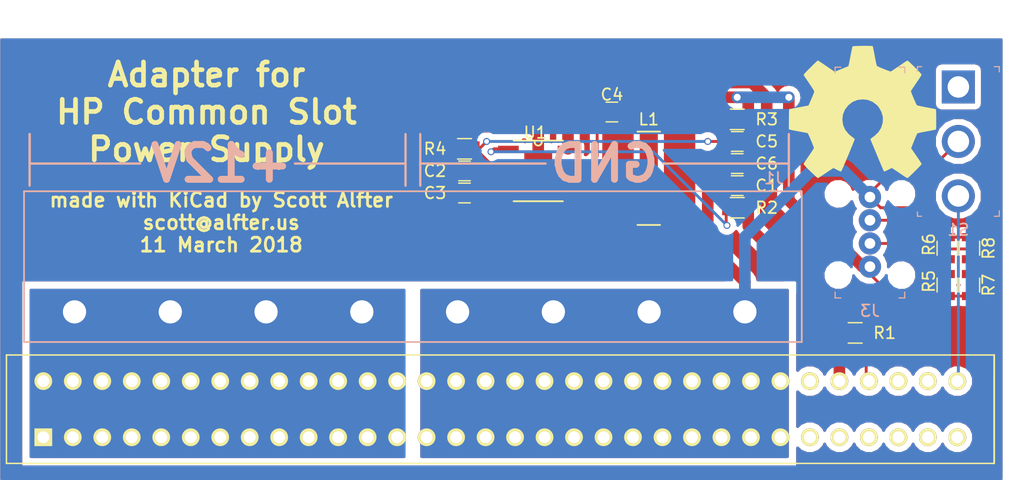
<source format=kicad_pcb>
(kicad_pcb (version 4) (host pcbnew 4.0.7)

  (general
    (links 94)
    (no_connects 0)
    (area 105.399999 69.92 193.855 112.179869)
    (thickness 1.6)
    (drawings 18)
    (tracks 118)
    (zones 0)
    (modules 21)
    (nets 25)
  )

  (page USLetter)
  (title_block
    (title "HP Common Slot Power Supply Adapter")
    (date 2018-03-11)
    (rev 0.1)
    (company "Scott Alfter")
  )

  (layers
    (0 F.Cu signal)
    (31 B.Cu signal)
    (32 B.Adhes user hide)
    (33 F.Adhes user hide)
    (34 B.Paste user)
    (35 F.Paste user)
    (36 B.SilkS user)
    (37 F.SilkS user)
    (38 B.Mask user)
    (39 F.Mask user)
    (40 Dwgs.User user)
    (41 Cmts.User user hide)
    (42 Eco1.User user hide)
    (43 Eco2.User user hide)
    (44 Edge.Cuts user)
    (45 Margin user hide)
    (46 B.CrtYd user)
    (47 F.CrtYd user)
    (48 B.Fab user)
    (49 F.Fab user)
  )

  (setup
    (last_trace_width 0.25)
    (trace_clearance 0.2)
    (zone_clearance 0.508)
    (zone_45_only no)
    (trace_min 0.2)
    (segment_width 0.2)
    (edge_width 0.02)
    (via_size 0.6)
    (via_drill 0.4)
    (via_min_size 0.4)
    (via_min_drill 0.3)
    (uvia_size 0.3)
    (uvia_drill 0.1)
    (uvias_allowed no)
    (uvia_min_size 0.2)
    (uvia_min_drill 0.1)
    (pcb_text_width 0.3)
    (pcb_text_size 1.5 1.5)
    (mod_edge_width 0.15)
    (mod_text_size 1 1)
    (mod_text_width 0.15)
    (pad_size 1.524 1.524)
    (pad_drill 0.762)
    (pad_to_mask_clearance 0.2)
    (aux_axis_origin 0 0)
    (visible_elements FFFEFF7F)
    (pcbplotparams
      (layerselection 0x30000_00000000)
      (usegerberextensions false)
      (excludeedgelayer true)
      (linewidth 0.100000)
      (plotframeref false)
      (viasonmask false)
      (mode 1)
      (useauxorigin false)
      (hpglpennumber 1)
      (hpglpenspeed 20)
      (hpglpendiameter 15)
      (hpglpenoverlay 2)
      (psnegative false)
      (psa4output false)
      (plotreference true)
      (plotvalue true)
      (plotinvisibletext false)
      (padsonsilk false)
      (subtractmaskfromsilk false)
      (outputformat 4)
      (mirror false)
      (drillshape 0)
      (scaleselection 1)
      (outputdirectory ""))
  )

  (net 0 "")
  (net 1 +12V)
  (net 2 GND)
  (net 3 "Net-(J2-Pad27)")
  (net 4 "Net-(J2-Pad28)")
  (net 5 "Net-(J2-Pad29)")
  (net 6 "Net-(J2-Pad30)")
  (net 7 "Net-(J2-Pad31)")
  (net 8 "Net-(J2-Pad32)")
  (net 9 "Net-(J2-Pad33)")
  (net 10 "Net-(J2-Pad34)")
  (net 11 "Net-(J2-Pad35)")
  (net 12 "Net-(J2-Pad36)")
  (net 13 "Net-(J2-Pad38)")
  (net 14 +12P)
  (net 15 "Net-(C2-Pad1)")
  (net 16 "Net-(C3-Pad1)")
  (net 17 "Net-(C4-Pad1)")
  (net 18 "Net-(C4-Pad2)")
  (net 19 +5V)
  (net 20 "Net-(C5-Pad2)")
  (net 21 "Net-(J3-Pad2)")
  (net 22 "Net-(J3-Pad3)")
  (net 23 "Net-(R2-Pad2)")
  (net 24 "Net-(S1-Pad1)")

  (net_class Default "This is the default net class."
    (clearance 0.2)
    (trace_width 0.25)
    (via_dia 0.6)
    (via_drill 0.4)
    (uvia_dia 0.3)
    (uvia_drill 0.1)
    (add_net "Net-(C2-Pad1)")
    (add_net "Net-(C3-Pad1)")
    (add_net "Net-(C4-Pad1)")
    (add_net "Net-(C5-Pad2)")
    (add_net "Net-(J2-Pad27)")
    (add_net "Net-(J2-Pad28)")
    (add_net "Net-(J2-Pad29)")
    (add_net "Net-(J2-Pad30)")
    (add_net "Net-(J2-Pad31)")
    (add_net "Net-(J2-Pad32)")
    (add_net "Net-(J2-Pad33)")
    (add_net "Net-(J2-Pad34)")
    (add_net "Net-(J2-Pad35)")
    (add_net "Net-(J2-Pad36)")
    (add_net "Net-(J2-Pad38)")
    (add_net "Net-(J3-Pad2)")
    (add_net "Net-(J3-Pad3)")
    (add_net "Net-(R2-Pad2)")
    (add_net "Net-(S1-Pad1)")
  )

  (net_class Power ""
    (clearance 0.2)
    (trace_width 1)
    (via_dia 0.8)
    (via_drill 0.6)
    (uvia_dia 0.3)
    (uvia_drill 0.1)
    (add_net +12P)
    (add_net +12V)
    (add_net +5V)
    (add_net GND)
    (add_net "Net-(C4-Pad2)")
  )

  (module conns:EdgeSocket-64-100mil-TE_1761469-1 (layer F.Cu) (tedit 5AA58A59) (tstamp 5AA35809)
    (at 148.5011 105.0036)
    (descr http://www.te.com/commerce/DocumentDelivery/DDEController?Action=srchrtrv&DocNm=1761469&DocType=Customer+Drawing&DocLang=English)
    (path /5AA31396)
    (fp_text reference J2 (at -38.7284 -6.45874) (layer F.SilkS) hide
      (effects (font (size 0.641226 0.641226) (thickness 0.05)))
    )
    (fp_text value 1761469-1 (at -38.4293 6.43885) (layer F.SilkS) hide
      (effects (font (size 0.640523 0.640523) (thickness 0.05)))
    )
    (fp_line (start -42.545 -4.675) (end 42.545 -4.675) (layer F.SilkS) (width 0.127))
    (fp_line (start 42.545 -4.675) (end 42.545 4.675) (layer F.SilkS) (width 0.15))
    (fp_line (start 42.545 4.675) (end -42.545 4.675) (layer F.SilkS) (width 0.127))
    (fp_line (start -42.795 -4.925) (end 42.795 -4.925) (layer Dwgs.User) (width 0.05))
    (fp_line (start 42.795 -4.925) (end 42.795 4.925) (layer Dwgs.User) (width 0.05))
    (fp_line (start 42.795 4.925) (end -42.795 4.925) (layer Dwgs.User) (width 0.05))
    (fp_line (start -42.795 4.925) (end -42.795 -4.925) (layer Dwgs.User) (width 0.05))
    (fp_line (start -42.545 -4.675) (end -42.545 4.675) (layer F.SilkS) (width 0.127))
    (fp_line (start 42.545 -3.025) (end 42.545 3.025) (layer F.SilkS) (width 0.127))
    (fp_line (start -42.545 -4.675) (end 42.545 -4.675) (layer Dwgs.User) (width 0.127))
    (fp_line (start -42.545 -4.675) (end -42.545 4.675) (layer Dwgs.User) (width 0.127))
    (fp_line (start 42.545 4.675) (end -42.545 4.675) (layer Dwgs.User) (width 0.127))
    (fp_line (start 42.545 -4.675) (end 42.545 4.675) (layer Dwgs.User) (width 0.127))
    (pad 1 thru_hole rect (at -39.37 2.42) (size 1.53 1.53) (drill 1.02) (layers *.Cu *.Mask F.SilkS)
      (net 1 +12V))
    (pad 2 thru_hole circle (at -36.83 2.42) (size 1.53 1.53) (drill 1.02) (layers *.Cu *.Mask F.SilkS)
      (net 1 +12V))
    (pad 3 thru_hole circle (at -34.29 2.42) (size 1.53 1.53) (drill 1.02) (layers *.Cu *.Mask F.SilkS)
      (net 1 +12V))
    (pad 4 thru_hole circle (at -31.75 2.42) (size 1.53 1.53) (drill 1.02) (layers *.Cu *.Mask F.SilkS)
      (net 1 +12V))
    (pad 5 thru_hole circle (at -29.21 2.42) (size 1.53 1.53) (drill 1.02) (layers *.Cu *.Mask F.SilkS)
      (net 1 +12V))
    (pad 6 thru_hole circle (at -26.67 2.42) (size 1.53 1.53) (drill 1.02) (layers *.Cu *.Mask F.SilkS)
      (net 1 +12V))
    (pad 7 thru_hole circle (at -24.13 2.42) (size 1.53 1.53) (drill 1.02) (layers *.Cu *.Mask F.SilkS)
      (net 1 +12V))
    (pad 8 thru_hole circle (at -21.59 2.42) (size 1.53 1.53) (drill 1.02) (layers *.Cu *.Mask F.SilkS)
      (net 1 +12V))
    (pad 9 thru_hole circle (at -19.05 2.42) (size 1.53 1.53) (drill 1.02) (layers *.Cu *.Mask F.SilkS)
      (net 1 +12V))
    (pad 10 thru_hole circle (at -16.51 2.42) (size 1.53 1.53) (drill 1.02) (layers *.Cu *.Mask F.SilkS)
      (net 1 +12V))
    (pad 11 thru_hole circle (at -13.97 2.42) (size 1.53 1.53) (drill 1.02) (layers *.Cu *.Mask F.SilkS)
      (net 1 +12V))
    (pad 12 thru_hole circle (at -11.43 2.42) (size 1.53 1.53) (drill 1.02) (layers *.Cu *.Mask F.SilkS)
      (net 1 +12V))
    (pad 13 thru_hole circle (at -8.89 2.42) (size 1.53 1.53) (drill 1.02) (layers *.Cu *.Mask F.SilkS)
      (net 1 +12V))
    (pad 14 thru_hole circle (at -6.35 2.42) (size 1.53 1.53) (drill 1.02) (layers *.Cu *.Mask F.SilkS)
      (net 2 GND))
    (pad 15 thru_hole circle (at -3.81 2.42) (size 1.53 1.53) (drill 1.02) (layers *.Cu *.Mask F.SilkS)
      (net 2 GND))
    (pad 16 thru_hole circle (at -1.27 2.42) (size 1.53 1.53) (drill 1.02) (layers *.Cu *.Mask F.SilkS)
      (net 2 GND))
    (pad 17 thru_hole circle (at 1.27 2.42) (size 1.53 1.53) (drill 1.02) (layers *.Cu *.Mask F.SilkS)
      (net 2 GND))
    (pad 18 thru_hole circle (at 3.81 2.42) (size 1.53 1.53) (drill 1.02) (layers *.Cu *.Mask F.SilkS)
      (net 2 GND))
    (pad 19 thru_hole circle (at 6.35 2.42) (size 1.53 1.53) (drill 1.02) (layers *.Cu *.Mask F.SilkS)
      (net 2 GND))
    (pad 20 thru_hole circle (at 8.89 2.42) (size 1.53 1.53) (drill 1.02) (layers *.Cu *.Mask F.SilkS)
      (net 2 GND))
    (pad 21 thru_hole circle (at 11.43 2.42) (size 1.53 1.53) (drill 1.02) (layers *.Cu *.Mask F.SilkS)
      (net 2 GND))
    (pad 22 thru_hole circle (at 13.97 2.42) (size 1.53 1.53) (drill 1.02) (layers *.Cu *.Mask F.SilkS)
      (net 2 GND))
    (pad 23 thru_hole circle (at 16.51 2.42) (size 1.53 1.53) (drill 1.02) (layers *.Cu *.Mask F.SilkS)
      (net 2 GND))
    (pad 24 thru_hole circle (at 19.05 2.42) (size 1.53 1.53) (drill 1.02) (layers *.Cu *.Mask F.SilkS)
      (net 2 GND))
    (pad 25 thru_hole circle (at 21.59 2.42) (size 1.53 1.53) (drill 1.02) (layers *.Cu *.Mask F.SilkS)
      (net 2 GND))
    (pad 26 thru_hole circle (at 24.13 2.42) (size 1.53 1.53) (drill 1.02) (layers *.Cu *.Mask F.SilkS)
      (net 2 GND))
    (pad 27 thru_hole circle (at 26.67 2.42) (size 1.53 1.53) (drill 1.02) (layers *.Cu *.Mask F.SilkS)
      (net 3 "Net-(J2-Pad27)"))
    (pad 28 thru_hole circle (at 29.21 2.42) (size 1.53 1.53) (drill 1.02) (layers *.Cu *.Mask F.SilkS)
      (net 4 "Net-(J2-Pad28)"))
    (pad 29 thru_hole circle (at 31.75 2.42) (size 1.53 1.53) (drill 1.02) (layers *.Cu *.Mask F.SilkS)
      (net 5 "Net-(J2-Pad29)"))
    (pad 30 thru_hole circle (at 34.29 2.42) (size 1.53 1.53) (drill 1.02) (layers *.Cu *.Mask F.SilkS)
      (net 6 "Net-(J2-Pad30)"))
    (pad 31 thru_hole circle (at 36.83 2.42) (size 1.53 1.53) (drill 1.02) (layers *.Cu *.Mask F.SilkS)
      (net 7 "Net-(J2-Pad31)"))
    (pad 32 thru_hole circle (at 39.37 2.42) (size 1.53 1.53) (drill 1.02) (layers *.Cu *.Mask F.SilkS)
      (net 8 "Net-(J2-Pad32)"))
    (pad 33 thru_hole circle (at 39.37 -2.42 180) (size 1.53 1.53) (drill 1.02) (layers *.Cu *.Mask F.SilkS)
      (net 9 "Net-(J2-Pad33)"))
    (pad 34 thru_hole circle (at 36.83 -2.42 180) (size 1.53 1.53) (drill 1.02) (layers *.Cu *.Mask F.SilkS)
      (net 10 "Net-(J2-Pad34)"))
    (pad 35 thru_hole circle (at 34.29 -2.42 180) (size 1.53 1.53) (drill 1.02) (layers *.Cu *.Mask F.SilkS)
      (net 11 "Net-(J2-Pad35)"))
    (pad 36 thru_hole circle (at 31.75 -2.42 180) (size 1.53 1.53) (drill 1.02) (layers *.Cu *.Mask F.SilkS)
      (net 12 "Net-(J2-Pad36)"))
    (pad 37 thru_hole circle (at 29.21 -2.42 180) (size 1.53 1.53) (drill 1.02) (layers *.Cu *.Mask F.SilkS)
      (net 14 +12P))
    (pad 38 thru_hole circle (at 26.67 -2.42 180) (size 1.53 1.53) (drill 1.02) (layers *.Cu *.Mask F.SilkS)
      (net 13 "Net-(J2-Pad38)"))
    (pad 39 thru_hole circle (at 24.13 -2.42 180) (size 1.53 1.53) (drill 1.02) (layers *.Cu *.Mask F.SilkS)
      (net 2 GND))
    (pad 40 thru_hole circle (at 21.59 -2.42 180) (size 1.53 1.53) (drill 1.02) (layers *.Cu *.Mask F.SilkS)
      (net 2 GND))
    (pad 41 thru_hole circle (at 19.05 -2.42 180) (size 1.53 1.53) (drill 1.02) (layers *.Cu *.Mask F.SilkS)
      (net 2 GND))
    (pad 42 thru_hole circle (at 16.51 -2.42 180) (size 1.53 1.53) (drill 1.02) (layers *.Cu *.Mask F.SilkS)
      (net 2 GND))
    (pad 43 thru_hole circle (at 13.97 -2.42 180) (size 1.53 1.53) (drill 1.02) (layers *.Cu *.Mask F.SilkS)
      (net 2 GND))
    (pad 44 thru_hole circle (at 11.43 -2.42 180) (size 1.53 1.53) (drill 1.02) (layers *.Cu *.Mask F.SilkS)
      (net 2 GND))
    (pad 45 thru_hole circle (at 8.89 -2.42 180) (size 1.53 1.53) (drill 1.02) (layers *.Cu *.Mask F.SilkS)
      (net 2 GND))
    (pad 46 thru_hole circle (at 6.35 -2.42 180) (size 1.53 1.53) (drill 1.02) (layers *.Cu *.Mask F.SilkS)
      (net 2 GND))
    (pad 47 thru_hole circle (at 3.81 -2.42 180) (size 1.53 1.53) (drill 1.02) (layers *.Cu *.Mask F.SilkS)
      (net 2 GND))
    (pad 48 thru_hole circle (at 1.27 -2.42 180) (size 1.53 1.53) (drill 1.02) (layers *.Cu *.Mask F.SilkS)
      (net 2 GND))
    (pad 49 thru_hole circle (at -1.27 -2.42 180) (size 1.53 1.53) (drill 1.02) (layers *.Cu *.Mask F.SilkS)
      (net 2 GND))
    (pad 50 thru_hole circle (at -3.81 -2.42 180) (size 1.53 1.53) (drill 1.02) (layers *.Cu *.Mask F.SilkS)
      (net 2 GND))
    (pad 51 thru_hole circle (at -6.35 -2.42 180) (size 1.53 1.53) (drill 1.02) (layers *.Cu *.Mask F.SilkS)
      (net 2 GND))
    (pad 52 thru_hole circle (at -8.89 -2.42 180) (size 1.53 1.53) (drill 1.02) (layers *.Cu *.Mask F.SilkS)
      (net 1 +12V))
    (pad 53 thru_hole circle (at -11.43 -2.42 180) (size 1.53 1.53) (drill 1.02) (layers *.Cu *.Mask F.SilkS)
      (net 1 +12V))
    (pad 54 thru_hole circle (at -13.97 -2.42 180) (size 1.53 1.53) (drill 1.02) (layers *.Cu *.Mask F.SilkS)
      (net 1 +12V))
    (pad 55 thru_hole circle (at -16.51 -2.42 180) (size 1.53 1.53) (drill 1.02) (layers *.Cu *.Mask F.SilkS)
      (net 1 +12V))
    (pad 56 thru_hole circle (at -19.05 -2.42 180) (size 1.53 1.53) (drill 1.02) (layers *.Cu *.Mask F.SilkS)
      (net 1 +12V))
    (pad 57 thru_hole circle (at -21.59 -2.42 180) (size 1.53 1.53) (drill 1.02) (layers *.Cu *.Mask F.SilkS)
      (net 1 +12V))
    (pad 58 thru_hole circle (at -24.13 -2.42 180) (size 1.53 1.53) (drill 1.02) (layers *.Cu *.Mask F.SilkS)
      (net 1 +12V))
    (pad 59 thru_hole circle (at -26.67 -2.42 180) (size 1.53 1.53) (drill 1.02) (layers *.Cu *.Mask F.SilkS)
      (net 1 +12V))
    (pad 60 thru_hole circle (at -29.21 -2.42 180) (size 1.53 1.53) (drill 1.02) (layers *.Cu *.Mask F.SilkS)
      (net 1 +12V))
    (pad 61 thru_hole circle (at -31.75 -2.42 180) (size 1.53 1.53) (drill 1.02) (layers *.Cu *.Mask F.SilkS)
      (net 1 +12V))
    (pad 62 thru_hole circle (at -34.29 -2.42 180) (size 1.53 1.53) (drill 1.02) (layers *.Cu *.Mask F.SilkS)
      (net 1 +12V))
    (pad 63 thru_hole circle (at -36.83 -2.42 180) (size 1.53 1.53) (drill 1.02) (layers *.Cu *.Mask F.SilkS)
      (net 1 +12V))
    (pad 64 thru_hole circle (at -39.37 -2.42 180) (size 1.53 1.53) (drill 1.02) (layers *.Cu *.Mask F.SilkS)
      (net 1 +12V))
    (model ${KIPRJMOD}/kicad-libs/models/1761469-1.wrl
      (at (xyz 0 0 0.61))
      (scale (xyz 0.3937 0.3937 0.3937))
      (rotate (xyz 0 0 0))
    )
  )

  (module conns:Barrier-Block-8pos-TH (layer B.Cu) (tedit 5AA35250) (tstamp 5AA357B7)
    (at 140.97 92.71 180)
    (path /5AA34F36)
    (fp_text reference J1 (at -31.115 7.62 180) (layer B.SilkS)
      (effects (font (size 1 1) (thickness 0.15)) (justify mirror))
    )
    (fp_text value Conn_01x08 (at 0 0.5 180) (layer B.Fab)
      (effects (font (size 1 1) (thickness 0.15)) (justify mirror))
    )
    (fp_line (start 33.5 6.5) (end 33.5 -6.5) (layer B.CrtYd) (width 0.15))
    (fp_line (start -33.5 -6.5) (end 33.5 -6.5) (layer B.SilkS) (width 0.15))
    (fp_line (start -33.5 6.5) (end 33.5 6.5) (layer B.CrtYd) (width 0.15))
    (fp_line (start -33.5 6.5) (end -33.5 -6.5) (layer B.CrtYd) (width 0.15))
    (fp_line (start -33.5 6.5) (end 33.5 6.5) (layer B.SilkS) (width 0.15))
    (fp_line (start -33.5 6.5) (end -33.5 -6.5) (layer B.SilkS) (width 0.15))
    (fp_line (start -33.5 -6.5) (end 33.5 -6.5) (layer B.CrtYd) (width 0.15))
    (fp_line (start 33.5 6.5) (end 33.5 -6.5) (layer B.SilkS) (width 0.15))
    (pad 1 thru_hole rect (at -28.6 -3.9 180) (size 3 3) (drill 2) (layers *.Cu *.Mask)
      (net 2 GND))
    (pad 2 thru_hole circle (at -20.35 -3.9 180) (size 3 3) (drill 2) (layers *.Cu *.Mask)
      (net 2 GND))
    (pad 3 thru_hole circle (at -12.1 -3.9 180) (size 3 3) (drill 2) (layers *.Cu *.Mask)
      (net 2 GND))
    (pad 4 thru_hole circle (at -3.85 -3.9 180) (size 3 3) (drill 2) (layers *.Cu *.Mask)
      (net 2 GND))
    (pad 5 thru_hole circle (at 4.4 -3.9 180) (size 3 3) (drill 2) (layers *.Cu *.Mask)
      (net 1 +12V))
    (pad 6 thru_hole circle (at 12.65 -3.9 180) (size 3 3) (drill 2) (layers *.Cu *.Mask)
      (net 1 +12V))
    (pad 7 thru_hole circle (at 20.9 -3.9 180) (size 3 3) (drill 2) (layers *.Cu *.Mask)
      (net 1 +12V))
    (pad 8 thru_hole circle (at 29.15 -3.9 180) (size 3 3) (drill 2) (layers *.Cu *.Mask)
      (net 1 +12V))
    (model ${KIPRJMOD}/kicad-libs/models/c-1-1437667-5-d-3d.wrl
      (at (xyz 0.01 -0.24 0))
      (scale (xyz 0.3937 0.3937 0.3937))
      (rotate (xyz -90 0 0))
    )
  )

  (module Capacitors_SMD:C_0805 (layer F.Cu) (tedit 5AA58869) (tstamp 5AA435E3)
    (at 168.91 85.725 180)
    (descr "Capacitor SMD 0805, reflow soldering, AVX (see smccp.pdf)")
    (tags "capacitor 0805")
    (path /5AA383D7)
    (attr smd)
    (fp_text reference C1 (at -2.54 0 180) (layer F.SilkS)
      (effects (font (size 1 1) (thickness 0.15)))
    )
    (fp_text value 22u (at 0 1.75 180) (layer F.Fab)
      (effects (font (size 1 1) (thickness 0.15)))
    )
    (fp_text user %R (at 0 0 180) (layer F.Fab)
      (effects (font (size 0.5 0.5) (thickness 0.075)))
    )
    (fp_line (start -1 0.62) (end -1 -0.62) (layer F.Fab) (width 0.1))
    (fp_line (start 1 0.62) (end -1 0.62) (layer F.Fab) (width 0.1))
    (fp_line (start 1 -0.62) (end 1 0.62) (layer F.Fab) (width 0.1))
    (fp_line (start -1 -0.62) (end 1 -0.62) (layer F.Fab) (width 0.1))
    (fp_line (start 0.5 -0.85) (end -0.5 -0.85) (layer F.SilkS) (width 0.12))
    (fp_line (start -0.5 0.85) (end 0.5 0.85) (layer F.SilkS) (width 0.12))
    (fp_line (start -1.75 -0.88) (end 1.75 -0.88) (layer F.CrtYd) (width 0.05))
    (fp_line (start -1.75 -0.88) (end -1.75 0.87) (layer F.CrtYd) (width 0.05))
    (fp_line (start 1.75 0.87) (end 1.75 -0.88) (layer F.CrtYd) (width 0.05))
    (fp_line (start 1.75 0.87) (end -1.75 0.87) (layer F.CrtYd) (width 0.05))
    (pad 1 smd rect (at -1 0 180) (size 1 1.25) (layers F.Cu F.Paste F.Mask)
      (net 14 +12P))
    (pad 2 smd rect (at 1 0 180) (size 1 1.25) (layers F.Cu F.Paste F.Mask)
      (net 2 GND))
    (model Capacitors_SMD.3dshapes/C_0805.wrl
      (at (xyz 0 0 0))
      (scale (xyz 1 1 1))
      (rotate (xyz 0 0 0))
    )
  )

  (module Capacitors_SMD:C_0805 (layer F.Cu) (tedit 5AA587FE) (tstamp 5AA435F4)
    (at 145.415 84.455 180)
    (descr "Capacitor SMD 0805, reflow soldering, AVX (see smccp.pdf)")
    (tags "capacitor 0805")
    (path /5AA38447)
    (attr smd)
    (fp_text reference C2 (at 2.54 0 180) (layer F.SilkS)
      (effects (font (size 1 1) (thickness 0.15)))
    )
    (fp_text value 1u (at 0 1.75 180) (layer F.Fab)
      (effects (font (size 1 1) (thickness 0.15)))
    )
    (fp_text user %R (at 0 0 180) (layer F.Fab)
      (effects (font (size 0.5 0.5) (thickness 0.075)))
    )
    (fp_line (start -1 0.62) (end -1 -0.62) (layer F.Fab) (width 0.1))
    (fp_line (start 1 0.62) (end -1 0.62) (layer F.Fab) (width 0.1))
    (fp_line (start 1 -0.62) (end 1 0.62) (layer F.Fab) (width 0.1))
    (fp_line (start -1 -0.62) (end 1 -0.62) (layer F.Fab) (width 0.1))
    (fp_line (start 0.5 -0.85) (end -0.5 -0.85) (layer F.SilkS) (width 0.12))
    (fp_line (start -0.5 0.85) (end 0.5 0.85) (layer F.SilkS) (width 0.12))
    (fp_line (start -1.75 -0.88) (end 1.75 -0.88) (layer F.CrtYd) (width 0.05))
    (fp_line (start -1.75 -0.88) (end -1.75 0.87) (layer F.CrtYd) (width 0.05))
    (fp_line (start 1.75 0.87) (end 1.75 -0.88) (layer F.CrtYd) (width 0.05))
    (fp_line (start 1.75 0.87) (end -1.75 0.87) (layer F.CrtYd) (width 0.05))
    (pad 1 smd rect (at -1 0 180) (size 1 1.25) (layers F.Cu F.Paste F.Mask)
      (net 15 "Net-(C2-Pad1)"))
    (pad 2 smd rect (at 1 0 180) (size 1 1.25) (layers F.Cu F.Paste F.Mask)
      (net 2 GND))
    (model Capacitors_SMD.3dshapes/C_0805.wrl
      (at (xyz 0 0 0))
      (scale (xyz 1 1 1))
      (rotate (xyz 0 0 0))
    )
  )

  (module Capacitors_SMD:C_0805 (layer F.Cu) (tedit 5AA58815) (tstamp 5AA43605)
    (at 145.415 86.36 180)
    (descr "Capacitor SMD 0805, reflow soldering, AVX (see smccp.pdf)")
    (tags "capacitor 0805")
    (path /5AA3854A)
    (attr smd)
    (fp_text reference C3 (at 2.54 0 180) (layer F.SilkS)
      (effects (font (size 1 1) (thickness 0.15)))
    )
    (fp_text value 0.0033u (at 0 1.75 180) (layer F.Fab)
      (effects (font (size 1 1) (thickness 0.15)))
    )
    (fp_text user %R (at 0 0 180) (layer F.Fab)
      (effects (font (size 0.5 0.5) (thickness 0.075)))
    )
    (fp_line (start -1 0.62) (end -1 -0.62) (layer F.Fab) (width 0.1))
    (fp_line (start 1 0.62) (end -1 0.62) (layer F.Fab) (width 0.1))
    (fp_line (start 1 -0.62) (end 1 0.62) (layer F.Fab) (width 0.1))
    (fp_line (start -1 -0.62) (end 1 -0.62) (layer F.Fab) (width 0.1))
    (fp_line (start 0.5 -0.85) (end -0.5 -0.85) (layer F.SilkS) (width 0.12))
    (fp_line (start -0.5 0.85) (end 0.5 0.85) (layer F.SilkS) (width 0.12))
    (fp_line (start -1.75 -0.88) (end 1.75 -0.88) (layer F.CrtYd) (width 0.05))
    (fp_line (start -1.75 -0.88) (end -1.75 0.87) (layer F.CrtYd) (width 0.05))
    (fp_line (start 1.75 0.87) (end 1.75 -0.88) (layer F.CrtYd) (width 0.05))
    (fp_line (start 1.75 0.87) (end -1.75 0.87) (layer F.CrtYd) (width 0.05))
    (pad 1 smd rect (at -1 0 180) (size 1 1.25) (layers F.Cu F.Paste F.Mask)
      (net 16 "Net-(C3-Pad1)"))
    (pad 2 smd rect (at 1 0 180) (size 1 1.25) (layers F.Cu F.Paste F.Mask)
      (net 2 GND))
    (model Capacitors_SMD.3dshapes/C_0805.wrl
      (at (xyz 0 0 0))
      (scale (xyz 1 1 1))
      (rotate (xyz 0 0 0))
    )
  )

  (module Capacitors_SMD:C_0805 (layer F.Cu) (tedit 5AA5882E) (tstamp 5AA43616)
    (at 158.115 79.375)
    (descr "Capacitor SMD 0805, reflow soldering, AVX (see smccp.pdf)")
    (tags "capacitor 0805")
    (path /5AA3937A)
    (attr smd)
    (fp_text reference C4 (at 0 -1.5) (layer F.SilkS)
      (effects (font (size 1 1) (thickness 0.15)))
    )
    (fp_text value 0.1u (at 0 1.75) (layer F.Fab)
      (effects (font (size 1 1) (thickness 0.15)))
    )
    (fp_text user %R (at 0 0) (layer F.Fab)
      (effects (font (size 0.5 0.5) (thickness 0.075)))
    )
    (fp_line (start -1 0.62) (end -1 -0.62) (layer F.Fab) (width 0.1))
    (fp_line (start 1 0.62) (end -1 0.62) (layer F.Fab) (width 0.1))
    (fp_line (start 1 -0.62) (end 1 0.62) (layer F.Fab) (width 0.1))
    (fp_line (start -1 -0.62) (end 1 -0.62) (layer F.Fab) (width 0.1))
    (fp_line (start 0.5 -0.85) (end -0.5 -0.85) (layer F.SilkS) (width 0.12))
    (fp_line (start -0.5 0.85) (end 0.5 0.85) (layer F.SilkS) (width 0.12))
    (fp_line (start -1.75 -0.88) (end 1.75 -0.88) (layer F.CrtYd) (width 0.05))
    (fp_line (start -1.75 -0.88) (end -1.75 0.87) (layer F.CrtYd) (width 0.05))
    (fp_line (start 1.75 0.87) (end 1.75 -0.88) (layer F.CrtYd) (width 0.05))
    (fp_line (start 1.75 0.87) (end -1.75 0.87) (layer F.CrtYd) (width 0.05))
    (pad 1 smd rect (at -1 0) (size 1 1.25) (layers F.Cu F.Paste F.Mask)
      (net 17 "Net-(C4-Pad1)"))
    (pad 2 smd rect (at 1 0) (size 1 1.25) (layers F.Cu F.Paste F.Mask)
      (net 18 "Net-(C4-Pad2)"))
    (model Capacitors_SMD.3dshapes/C_0805.wrl
      (at (xyz 0 0 0))
      (scale (xyz 1 1 1))
      (rotate (xyz 0 0 0))
    )
  )

  (module Capacitors_SMD:C_0805 (layer F.Cu) (tedit 5AA5884B) (tstamp 5AA43627)
    (at 168.91 81.915 180)
    (descr "Capacitor SMD 0805, reflow soldering, AVX (see smccp.pdf)")
    (tags "capacitor 0805")
    (path /5AA39731)
    (attr smd)
    (fp_text reference C5 (at -2.54 0 180) (layer F.SilkS)
      (effects (font (size 1 1) (thickness 0.15)))
    )
    (fp_text value 10p (at 0 1.75 180) (layer F.Fab)
      (effects (font (size 1 1) (thickness 0.15)))
    )
    (fp_text user %R (at 0 0 180) (layer F.Fab)
      (effects (font (size 0.5 0.5) (thickness 0.075)))
    )
    (fp_line (start -1 0.62) (end -1 -0.62) (layer F.Fab) (width 0.1))
    (fp_line (start 1 0.62) (end -1 0.62) (layer F.Fab) (width 0.1))
    (fp_line (start 1 -0.62) (end 1 0.62) (layer F.Fab) (width 0.1))
    (fp_line (start -1 -0.62) (end 1 -0.62) (layer F.Fab) (width 0.1))
    (fp_line (start 0.5 -0.85) (end -0.5 -0.85) (layer F.SilkS) (width 0.12))
    (fp_line (start -0.5 0.85) (end 0.5 0.85) (layer F.SilkS) (width 0.12))
    (fp_line (start -1.75 -0.88) (end 1.75 -0.88) (layer F.CrtYd) (width 0.05))
    (fp_line (start -1.75 -0.88) (end -1.75 0.87) (layer F.CrtYd) (width 0.05))
    (fp_line (start 1.75 0.87) (end 1.75 -0.88) (layer F.CrtYd) (width 0.05))
    (fp_line (start 1.75 0.87) (end -1.75 0.87) (layer F.CrtYd) (width 0.05))
    (pad 1 smd rect (at -1 0 180) (size 1 1.25) (layers F.Cu F.Paste F.Mask)
      (net 19 +5V))
    (pad 2 smd rect (at 1 0 180) (size 1 1.25) (layers F.Cu F.Paste F.Mask)
      (net 20 "Net-(C5-Pad2)"))
    (model Capacitors_SMD.3dshapes/C_0805.wrl
      (at (xyz 0 0 0))
      (scale (xyz 1 1 1))
      (rotate (xyz 0 0 0))
    )
  )

  (module Capacitors_SMD:C_0805 (layer F.Cu) (tedit 5AA58859) (tstamp 5AA43638)
    (at 168.91 83.82 180)
    (descr "Capacitor SMD 0805, reflow soldering, AVX (see smccp.pdf)")
    (tags "capacitor 0805")
    (path /5AA39DB6)
    (attr smd)
    (fp_text reference C6 (at -2.54 0 180) (layer F.SilkS)
      (effects (font (size 1 1) (thickness 0.15)))
    )
    (fp_text value 47u (at 0 1.75 180) (layer F.Fab)
      (effects (font (size 1 1) (thickness 0.15)))
    )
    (fp_text user %R (at 0 0 180) (layer F.Fab)
      (effects (font (size 0.5 0.5) (thickness 0.075)))
    )
    (fp_line (start -1 0.62) (end -1 -0.62) (layer F.Fab) (width 0.1))
    (fp_line (start 1 0.62) (end -1 0.62) (layer F.Fab) (width 0.1))
    (fp_line (start 1 -0.62) (end 1 0.62) (layer F.Fab) (width 0.1))
    (fp_line (start -1 -0.62) (end 1 -0.62) (layer F.Fab) (width 0.1))
    (fp_line (start 0.5 -0.85) (end -0.5 -0.85) (layer F.SilkS) (width 0.12))
    (fp_line (start -0.5 0.85) (end 0.5 0.85) (layer F.SilkS) (width 0.12))
    (fp_line (start -1.75 -0.88) (end 1.75 -0.88) (layer F.CrtYd) (width 0.05))
    (fp_line (start -1.75 -0.88) (end -1.75 0.87) (layer F.CrtYd) (width 0.05))
    (fp_line (start 1.75 0.87) (end 1.75 -0.88) (layer F.CrtYd) (width 0.05))
    (fp_line (start 1.75 0.87) (end -1.75 0.87) (layer F.CrtYd) (width 0.05))
    (pad 1 smd rect (at -1 0 180) (size 1 1.25) (layers F.Cu F.Paste F.Mask)
      (net 19 +5V))
    (pad 2 smd rect (at 1 0 180) (size 1 1.25) (layers F.Cu F.Paste F.Mask)
      (net 2 GND))
    (model Capacitors_SMD.3dshapes/C_0805.wrl
      (at (xyz 0 0 0))
      (scale (xyz 1 1 1))
      (rotate (xyz 0 0 0))
    )
  )

  (module Resistors_SMD:R_0805 (layer F.Cu) (tedit 5AA5886F) (tstamp 5AA43666)
    (at 168.91 87.63 180)
    (descr "Resistor SMD 0805, reflow soldering, Vishay (see dcrcw.pdf)")
    (tags "resistor 0805")
    (path /5AA38CDE)
    (attr smd)
    (fp_text reference R2 (at -2.54 0 180) (layer F.SilkS)
      (effects (font (size 1 1) (thickness 0.15)))
    )
    (fp_text value 10.2k (at 0 1.75 180) (layer F.Fab)
      (effects (font (size 1 1) (thickness 0.15)))
    )
    (fp_text user %R (at 0 0 180) (layer F.Fab)
      (effects (font (size 0.5 0.5) (thickness 0.075)))
    )
    (fp_line (start -1 0.62) (end -1 -0.62) (layer F.Fab) (width 0.1))
    (fp_line (start 1 0.62) (end -1 0.62) (layer F.Fab) (width 0.1))
    (fp_line (start 1 -0.62) (end 1 0.62) (layer F.Fab) (width 0.1))
    (fp_line (start -1 -0.62) (end 1 -0.62) (layer F.Fab) (width 0.1))
    (fp_line (start 0.6 0.88) (end -0.6 0.88) (layer F.SilkS) (width 0.12))
    (fp_line (start -0.6 -0.88) (end 0.6 -0.88) (layer F.SilkS) (width 0.12))
    (fp_line (start -1.55 -0.9) (end 1.55 -0.9) (layer F.CrtYd) (width 0.05))
    (fp_line (start -1.55 -0.9) (end -1.55 0.9) (layer F.CrtYd) (width 0.05))
    (fp_line (start 1.55 0.9) (end 1.55 -0.9) (layer F.CrtYd) (width 0.05))
    (fp_line (start 1.55 0.9) (end -1.55 0.9) (layer F.CrtYd) (width 0.05))
    (pad 1 smd rect (at -0.95 0 180) (size 0.7 1.3) (layers F.Cu F.Paste F.Mask)
      (net 14 +12P))
    (pad 2 smd rect (at 0.95 0 180) (size 0.7 1.3) (layers F.Cu F.Paste F.Mask)
      (net 23 "Net-(R2-Pad2)"))
    (model ${KISYS3DMOD}/Resistors_SMD.3dshapes/R_0805.wrl
      (at (xyz 0 0 0))
      (scale (xyz 1 1 1))
      (rotate (xyz 0 0 0))
    )
  )

  (module Resistors_SMD:R_0805 (layer F.Cu) (tedit 5AA5883C) (tstamp 5AA43677)
    (at 168.91 80.01)
    (descr "Resistor SMD 0805, reflow soldering, Vishay (see dcrcw.pdf)")
    (tags "resistor 0805")
    (path /5AA3991A)
    (attr smd)
    (fp_text reference R3 (at 2.54 0) (layer F.SilkS)
      (effects (font (size 1 1) (thickness 0.15)))
    )
    (fp_text value 133k (at 0 1.75) (layer F.Fab)
      (effects (font (size 1 1) (thickness 0.15)))
    )
    (fp_text user %R (at 0 0) (layer F.Fab)
      (effects (font (size 0.5 0.5) (thickness 0.075)))
    )
    (fp_line (start -1 0.62) (end -1 -0.62) (layer F.Fab) (width 0.1))
    (fp_line (start 1 0.62) (end -1 0.62) (layer F.Fab) (width 0.1))
    (fp_line (start 1 -0.62) (end 1 0.62) (layer F.Fab) (width 0.1))
    (fp_line (start -1 -0.62) (end 1 -0.62) (layer F.Fab) (width 0.1))
    (fp_line (start 0.6 0.88) (end -0.6 0.88) (layer F.SilkS) (width 0.12))
    (fp_line (start -0.6 -0.88) (end 0.6 -0.88) (layer F.SilkS) (width 0.12))
    (fp_line (start -1.55 -0.9) (end 1.55 -0.9) (layer F.CrtYd) (width 0.05))
    (fp_line (start -1.55 -0.9) (end -1.55 0.9) (layer F.CrtYd) (width 0.05))
    (fp_line (start 1.55 0.9) (end 1.55 -0.9) (layer F.CrtYd) (width 0.05))
    (fp_line (start 1.55 0.9) (end -1.55 0.9) (layer F.CrtYd) (width 0.05))
    (pad 1 smd rect (at -0.95 0) (size 0.7 1.3) (layers F.Cu F.Paste F.Mask)
      (net 20 "Net-(C5-Pad2)"))
    (pad 2 smd rect (at 0.95 0) (size 0.7 1.3) (layers F.Cu F.Paste F.Mask)
      (net 19 +5V))
    (model ${KISYS3DMOD}/Resistors_SMD.3dshapes/R_0805.wrl
      (at (xyz 0 0 0))
      (scale (xyz 1 1 1))
      (rotate (xyz 0 0 0))
    )
  )

  (module Resistors_SMD:R_0805 (layer F.Cu) (tedit 5AA587C3) (tstamp 5AA43688)
    (at 145.415 82.55)
    (descr "Resistor SMD 0805, reflow soldering, Vishay (see dcrcw.pdf)")
    (tags "resistor 0805")
    (path /5AA39B70)
    (attr smd)
    (fp_text reference R4 (at -2.54 0) (layer F.SilkS)
      (effects (font (size 1 1) (thickness 0.15)))
    )
    (fp_text value 24.0k (at 0 1.75) (layer F.Fab)
      (effects (font (size 1 1) (thickness 0.15)))
    )
    (fp_text user %R (at 0 0) (layer F.Fab)
      (effects (font (size 0.5 0.5) (thickness 0.075)))
    )
    (fp_line (start -1 0.62) (end -1 -0.62) (layer F.Fab) (width 0.1))
    (fp_line (start 1 0.62) (end -1 0.62) (layer F.Fab) (width 0.1))
    (fp_line (start 1 -0.62) (end 1 0.62) (layer F.Fab) (width 0.1))
    (fp_line (start -1 -0.62) (end 1 -0.62) (layer F.Fab) (width 0.1))
    (fp_line (start 0.6 0.88) (end -0.6 0.88) (layer F.SilkS) (width 0.12))
    (fp_line (start -0.6 -0.88) (end 0.6 -0.88) (layer F.SilkS) (width 0.12))
    (fp_line (start -1.55 -0.9) (end 1.55 -0.9) (layer F.CrtYd) (width 0.05))
    (fp_line (start -1.55 -0.9) (end -1.55 0.9) (layer F.CrtYd) (width 0.05))
    (fp_line (start 1.55 0.9) (end 1.55 -0.9) (layer F.CrtYd) (width 0.05))
    (fp_line (start 1.55 0.9) (end -1.55 0.9) (layer F.CrtYd) (width 0.05))
    (pad 1 smd rect (at -0.95 0) (size 0.7 1.3) (layers F.Cu F.Paste F.Mask)
      (net 2 GND))
    (pad 2 smd rect (at 0.95 0) (size 0.7 1.3) (layers F.Cu F.Paste F.Mask)
      (net 20 "Net-(C5-Pad2)"))
    (model ${KISYS3DMOD}/Resistors_SMD.3dshapes/R_0805.wrl
      (at (xyz 0 0 0))
      (scale (xyz 1 1 1))
      (rotate (xyz 0 0 0))
    )
  )

  (module Resistors_SMD:R_0805 (layer F.Cu) (tedit 5AA58888) (tstamp 5AA43699)
    (at 187.0075 94.2975 270)
    (descr "Resistor SMD 0805, reflow soldering, Vishay (see dcrcw.pdf)")
    (tags "resistor 0805")
    (path /5AA3BD34)
    (attr smd)
    (fp_text reference R5 (at -0.3175 1.5875 270) (layer F.SilkS)
      (effects (font (size 1 1) (thickness 0.15)))
    )
    (fp_text value 43k (at 0 1.75 270) (layer F.Fab)
      (effects (font (size 1 1) (thickness 0.15)))
    )
    (fp_text user %R (at 0 0 270) (layer F.Fab)
      (effects (font (size 0.5 0.5) (thickness 0.075)))
    )
    (fp_line (start -1 0.62) (end -1 -0.62) (layer F.Fab) (width 0.1))
    (fp_line (start 1 0.62) (end -1 0.62) (layer F.Fab) (width 0.1))
    (fp_line (start 1 -0.62) (end 1 0.62) (layer F.Fab) (width 0.1))
    (fp_line (start -1 -0.62) (end 1 -0.62) (layer F.Fab) (width 0.1))
    (fp_line (start 0.6 0.88) (end -0.6 0.88) (layer F.SilkS) (width 0.12))
    (fp_line (start -0.6 -0.88) (end 0.6 -0.88) (layer F.SilkS) (width 0.12))
    (fp_line (start -1.55 -0.9) (end 1.55 -0.9) (layer F.CrtYd) (width 0.05))
    (fp_line (start -1.55 -0.9) (end -1.55 0.9) (layer F.CrtYd) (width 0.05))
    (fp_line (start 1.55 0.9) (end 1.55 -0.9) (layer F.CrtYd) (width 0.05))
    (fp_line (start 1.55 0.9) (end -1.55 0.9) (layer F.CrtYd) (width 0.05))
    (pad 1 smd rect (at -0.95 0 270) (size 0.7 1.3) (layers F.Cu F.Paste F.Mask)
      (net 21 "Net-(J3-Pad2)"))
    (pad 2 smd rect (at 0.95 0 270) (size 0.7 1.3) (layers F.Cu F.Paste F.Mask)
      (net 19 +5V))
    (model ${KISYS3DMOD}/Resistors_SMD.3dshapes/R_0805.wrl
      (at (xyz 0 0 0))
      (scale (xyz 1 1 1))
      (rotate (xyz 0 0 0))
    )
  )

  (module Resistors_SMD:R_0805 (layer F.Cu) (tedit 5AA5888D) (tstamp 5AA436AA)
    (at 187.0075 91.1225 270)
    (descr "Resistor SMD 0805, reflow soldering, Vishay (see dcrcw.pdf)")
    (tags "resistor 0805")
    (path /5AA3BE61)
    (attr smd)
    (fp_text reference R6 (at -0.3175 1.5875 270) (layer F.SilkS)
      (effects (font (size 1 1) (thickness 0.15)))
    )
    (fp_text value 51k (at 0 1.75 270) (layer F.Fab)
      (effects (font (size 1 1) (thickness 0.15)))
    )
    (fp_text user %R (at 0 0 270) (layer F.Fab)
      (effects (font (size 0.5 0.5) (thickness 0.075)))
    )
    (fp_line (start -1 0.62) (end -1 -0.62) (layer F.Fab) (width 0.1))
    (fp_line (start 1 0.62) (end -1 0.62) (layer F.Fab) (width 0.1))
    (fp_line (start 1 -0.62) (end 1 0.62) (layer F.Fab) (width 0.1))
    (fp_line (start -1 -0.62) (end 1 -0.62) (layer F.Fab) (width 0.1))
    (fp_line (start 0.6 0.88) (end -0.6 0.88) (layer F.SilkS) (width 0.12))
    (fp_line (start -0.6 -0.88) (end 0.6 -0.88) (layer F.SilkS) (width 0.12))
    (fp_line (start -1.55 -0.9) (end 1.55 -0.9) (layer F.CrtYd) (width 0.05))
    (fp_line (start -1.55 -0.9) (end -1.55 0.9) (layer F.CrtYd) (width 0.05))
    (fp_line (start 1.55 0.9) (end 1.55 -0.9) (layer F.CrtYd) (width 0.05))
    (fp_line (start 1.55 0.9) (end -1.55 0.9) (layer F.CrtYd) (width 0.05))
    (pad 1 smd rect (at -0.95 0 270) (size 0.7 1.3) (layers F.Cu F.Paste F.Mask)
      (net 2 GND))
    (pad 2 smd rect (at 0.95 0 270) (size 0.7 1.3) (layers F.Cu F.Paste F.Mask)
      (net 21 "Net-(J3-Pad2)"))
    (model ${KISYS3DMOD}/Resistors_SMD.3dshapes/R_0805.wrl
      (at (xyz 0 0 0))
      (scale (xyz 1 1 1))
      (rotate (xyz 0 0 0))
    )
  )

  (module Resistors_SMD:R_0805 (layer F.Cu) (tedit 58E0A804) (tstamp 5AA436BB)
    (at 188.9125 94.2975 270)
    (descr "Resistor SMD 0805, reflow soldering, Vishay (see dcrcw.pdf)")
    (tags "resistor 0805")
    (path /5AA3C0E8)
    (attr smd)
    (fp_text reference R7 (at 0 -1.65 270) (layer F.SilkS)
      (effects (font (size 1 1) (thickness 0.15)))
    )
    (fp_text value 43k (at 0 1.75 270) (layer F.Fab)
      (effects (font (size 1 1) (thickness 0.15)))
    )
    (fp_text user %R (at 0 0 270) (layer F.Fab)
      (effects (font (size 0.5 0.5) (thickness 0.075)))
    )
    (fp_line (start -1 0.62) (end -1 -0.62) (layer F.Fab) (width 0.1))
    (fp_line (start 1 0.62) (end -1 0.62) (layer F.Fab) (width 0.1))
    (fp_line (start 1 -0.62) (end 1 0.62) (layer F.Fab) (width 0.1))
    (fp_line (start -1 -0.62) (end 1 -0.62) (layer F.Fab) (width 0.1))
    (fp_line (start 0.6 0.88) (end -0.6 0.88) (layer F.SilkS) (width 0.12))
    (fp_line (start -0.6 -0.88) (end 0.6 -0.88) (layer F.SilkS) (width 0.12))
    (fp_line (start -1.55 -0.9) (end 1.55 -0.9) (layer F.CrtYd) (width 0.05))
    (fp_line (start -1.55 -0.9) (end -1.55 0.9) (layer F.CrtYd) (width 0.05))
    (fp_line (start 1.55 0.9) (end 1.55 -0.9) (layer F.CrtYd) (width 0.05))
    (fp_line (start 1.55 0.9) (end -1.55 0.9) (layer F.CrtYd) (width 0.05))
    (pad 1 smd rect (at -0.95 0 270) (size 0.7 1.3) (layers F.Cu F.Paste F.Mask)
      (net 22 "Net-(J3-Pad3)"))
    (pad 2 smd rect (at 0.95 0 270) (size 0.7 1.3) (layers F.Cu F.Paste F.Mask)
      (net 19 +5V))
    (model ${KISYS3DMOD}/Resistors_SMD.3dshapes/R_0805.wrl
      (at (xyz 0 0 0))
      (scale (xyz 1 1 1))
      (rotate (xyz 0 0 0))
    )
  )

  (module Resistors_SMD:R_0805 (layer F.Cu) (tedit 58E0A804) (tstamp 5AA436CC)
    (at 188.9125 91.1225 270)
    (descr "Resistor SMD 0805, reflow soldering, Vishay (see dcrcw.pdf)")
    (tags "resistor 0805")
    (path /5AA3C24C)
    (attr smd)
    (fp_text reference R8 (at 0 -1.65 270) (layer F.SilkS)
      (effects (font (size 1 1) (thickness 0.15)))
    )
    (fp_text value 51k (at 0 1.75 270) (layer F.Fab)
      (effects (font (size 1 1) (thickness 0.15)))
    )
    (fp_text user %R (at 0 0 270) (layer F.Fab)
      (effects (font (size 0.5 0.5) (thickness 0.075)))
    )
    (fp_line (start -1 0.62) (end -1 -0.62) (layer F.Fab) (width 0.1))
    (fp_line (start 1 0.62) (end -1 0.62) (layer F.Fab) (width 0.1))
    (fp_line (start 1 -0.62) (end 1 0.62) (layer F.Fab) (width 0.1))
    (fp_line (start -1 -0.62) (end 1 -0.62) (layer F.Fab) (width 0.1))
    (fp_line (start 0.6 0.88) (end -0.6 0.88) (layer F.SilkS) (width 0.12))
    (fp_line (start -0.6 -0.88) (end 0.6 -0.88) (layer F.SilkS) (width 0.12))
    (fp_line (start -1.55 -0.9) (end 1.55 -0.9) (layer F.CrtYd) (width 0.05))
    (fp_line (start -1.55 -0.9) (end -1.55 0.9) (layer F.CrtYd) (width 0.05))
    (fp_line (start 1.55 0.9) (end 1.55 -0.9) (layer F.CrtYd) (width 0.05))
    (fp_line (start 1.55 0.9) (end -1.55 0.9) (layer F.CrtYd) (width 0.05))
    (pad 1 smd rect (at -0.95 0 270) (size 0.7 1.3) (layers F.Cu F.Paste F.Mask)
      (net 2 GND))
    (pad 2 smd rect (at 0.95 0 270) (size 0.7 1.3) (layers F.Cu F.Paste F.Mask)
      (net 22 "Net-(J3-Pad3)"))
    (model ${KISYS3DMOD}/Resistors_SMD.3dshapes/R_0805.wrl
      (at (xyz 0 0 0))
      (scale (xyz 1 1 1))
      (rotate (xyz 0 0 0))
    )
  )

  (module TPS54327DDAR:TPS54327DDAR (layer F.Cu) (tedit 5AA37CCE) (tstamp 5AA4371A)
    (at 151.765 84.455)
    (path /5AA379F9)
    (fp_text reference U1 (at -0.254 -3.302) (layer F.SilkS)
      (effects (font (size 1 1) (thickness 0.15)))
    )
    (fp_text value TPS54327 (at 0 0) (layer F.Fab)
      (effects (font (size 1 1) (thickness 0.15)))
    )
    (fp_arc (start 0 -2.4892) (end 0.3048 -2.4892) (angle 180) (layer F.SilkS) (width 0.1524))
    (fp_text user "Copyright 2016 Accelerated Designs. All rights reserved." (at 0 0) (layer Cmts.User)
      (effects (font (size 0.127 0.127) (thickness 0.002)))
    )
    (fp_line (start -1.9939 -1.6637) (end -1.9939 -2.1463) (layer Dwgs.User) (width 0.1524))
    (fp_line (start -1.9939 -2.1463) (end -3.0988 -2.1463) (layer Dwgs.User) (width 0.1524))
    (fp_line (start -3.0988 -2.1463) (end -3.0988 -1.6637) (layer Dwgs.User) (width 0.1524))
    (fp_line (start -3.0988 -1.6637) (end -1.9939 -1.6637) (layer Dwgs.User) (width 0.1524))
    (fp_line (start -1.9939 -0.3937) (end -1.9939 -0.8763) (layer Dwgs.User) (width 0.1524))
    (fp_line (start -1.9939 -0.8763) (end -3.0988 -0.8763) (layer Dwgs.User) (width 0.1524))
    (fp_line (start -3.0988 -0.8763) (end -3.0988 -0.3937) (layer Dwgs.User) (width 0.1524))
    (fp_line (start -3.0988 -0.3937) (end -1.9939 -0.3937) (layer Dwgs.User) (width 0.1524))
    (fp_line (start -1.9939 0.8763) (end -1.9939 0.3937) (layer Dwgs.User) (width 0.1524))
    (fp_line (start -1.9939 0.3937) (end -3.0988 0.3937) (layer Dwgs.User) (width 0.1524))
    (fp_line (start -3.0988 0.3937) (end -3.0988 0.8763) (layer Dwgs.User) (width 0.1524))
    (fp_line (start -3.0988 0.8763) (end -1.9939 0.8763) (layer Dwgs.User) (width 0.1524))
    (fp_line (start -1.9939 2.1463) (end -1.9939 1.6637) (layer Dwgs.User) (width 0.1524))
    (fp_line (start -1.9939 1.6637) (end -3.0988 1.6637) (layer Dwgs.User) (width 0.1524))
    (fp_line (start -3.0988 1.6637) (end -3.0988 2.1463) (layer Dwgs.User) (width 0.1524))
    (fp_line (start -3.0988 2.1463) (end -1.9939 2.1463) (layer Dwgs.User) (width 0.1524))
    (fp_line (start 1.9939 1.6637) (end 1.9939 2.1463) (layer Dwgs.User) (width 0.1524))
    (fp_line (start 1.9939 2.1463) (end 3.0988 2.1463) (layer Dwgs.User) (width 0.1524))
    (fp_line (start 3.0988 2.1463) (end 3.0988 1.6637) (layer Dwgs.User) (width 0.1524))
    (fp_line (start 3.0988 1.6637) (end 1.9939 1.6637) (layer Dwgs.User) (width 0.1524))
    (fp_line (start 1.9939 0.3937) (end 1.9939 0.8763) (layer Dwgs.User) (width 0.1524))
    (fp_line (start 1.9939 0.8763) (end 3.0988 0.8763) (layer Dwgs.User) (width 0.1524))
    (fp_line (start 3.0988 0.8763) (end 3.0988 0.3937) (layer Dwgs.User) (width 0.1524))
    (fp_line (start 3.0988 0.3937) (end 1.9939 0.3937) (layer Dwgs.User) (width 0.1524))
    (fp_line (start 1.9939 -0.8763) (end 1.9939 -0.3937) (layer Dwgs.User) (width 0.1524))
    (fp_line (start 1.9939 -0.3937) (end 3.0988 -0.3937) (layer Dwgs.User) (width 0.1524))
    (fp_line (start 3.0988 -0.3937) (end 3.0988 -0.8763) (layer Dwgs.User) (width 0.1524))
    (fp_line (start 3.0988 -0.8763) (end 1.9939 -0.8763) (layer Dwgs.User) (width 0.1524))
    (fp_line (start 1.9939 -2.1463) (end 1.9939 -1.6637) (layer Dwgs.User) (width 0.1524))
    (fp_line (start 1.9939 -1.6637) (end 3.0988 -1.6637) (layer Dwgs.User) (width 0.1524))
    (fp_line (start 3.0988 -1.6637) (end 3.0988 -2.1463) (layer Dwgs.User) (width 0.1524))
    (fp_line (start 3.0988 -2.1463) (end 1.9939 -2.1463) (layer Dwgs.User) (width 0.1524))
    (fp_line (start -2.1209 2.6162) (end 2.1209 2.6162) (layer F.SilkS) (width 0.1524))
    (fp_line (start 2.1209 -2.6162) (end -2.1209 -2.6162) (layer F.SilkS) (width 0.1524))
    (fp_line (start -1.9939 2.4892) (end 1.9939 2.4892) (layer Dwgs.User) (width 0.1524))
    (fp_line (start 1.9939 2.4892) (end 1.9939 -2.4892) (layer Dwgs.User) (width 0.1524))
    (fp_line (start 1.9939 -2.4892) (end -1.9939 -2.4892) (layer Dwgs.User) (width 0.1524))
    (fp_line (start -1.9939 -2.4892) (end -1.9939 2.4892) (layer Dwgs.User) (width 0.1524))
    (fp_arc (start 0 -2.4892) (end 0.3048 -2.4892) (angle 180) (layer Dwgs.User) (width 0.1524))
    (pad 1 smd rect (at -2.5654 -1.905) (size 1.778 0.5334) (layers F.Cu F.Paste F.Mask)
      (net 23 "Net-(R2-Pad2)"))
    (pad 2 smd rect (at -2.5654 -0.635) (size 1.778 0.5334) (layers F.Cu F.Paste F.Mask)
      (net 20 "Net-(C5-Pad2)"))
    (pad 3 smd rect (at -2.5654 0.635) (size 1.778 0.5334) (layers F.Cu F.Paste F.Mask)
      (net 15 "Net-(C2-Pad1)"))
    (pad 4 smd rect (at -2.5654 1.905) (size 1.778 0.5334) (layers F.Cu F.Paste F.Mask)
      (net 16 "Net-(C3-Pad1)"))
    (pad 5 smd rect (at 2.5654 1.905) (size 1.778 0.5334) (layers F.Cu F.Paste F.Mask)
      (net 2 GND))
    (pad 6 smd rect (at 2.5654 0.635) (size 1.778 0.5334) (layers F.Cu F.Paste F.Mask)
      (net 18 "Net-(C4-Pad2)"))
    (pad 7 smd rect (at 2.5654 -0.635) (size 1.778 0.5334) (layers F.Cu F.Paste F.Mask)
      (net 17 "Net-(C4-Pad1)"))
    (pad 8 smd rect (at 2.5654 -1.905) (size 1.778 0.5334) (layers F.Cu F.Paste F.Mask)
      (net 14 +12P))
    (pad EPAD smd rect (at 0 0) (size 2.4 3.099999) (layers F.Cu F.Paste F.Mask)
      (net 2 GND))
    (model ${KIPRJMOD}/kicad-libs/models/DDA8_3P1X2P4.wrl
      (at (xyz 0 0 0))
      (scale (xyz 0.3937 0.3937 0.3937))
      (rotate (xyz 0 0 0))
    )
  )

  (module digikey-footprints:USB_A_Female_Vertical_RA_73725-0110BLF (layer B.Cu) (tedit 5AA588A9) (tstamp 5AA4A5BB)
    (at 180.34 92.71 180)
    (descr http://portal.fciconnect.com/Comergent//fci/drawing/73725.pdf)
    (path /5AA43305)
    (fp_text reference J3 (at 0 -3.81 180) (layer B.SilkS)
      (effects (font (size 1 1) (thickness 0.15)) (justify mirror))
    )
    (fp_text value 73725-0110BLF (at 0.01 -5.6 180) (layer B.Fab)
      (effects (font (size 1 1) (thickness 0.15)) (justify mirror))
    )
    (fp_text user %R (at 0 10.28 270) (layer B.Fab)
      (effects (font (size 1 1) (thickness 0.15)) (justify mirror))
    )
    (fp_line (start -3.15 17.34) (end 3.1 17.34) (layer B.CrtYd) (width 0.05))
    (fp_line (start -3.15 -2.84) (end 3.1 -2.84) (layer B.CrtYd) (width 0.05))
    (fp_line (start -3.15 17.34) (end -3.15 -2.84) (layer B.CrtYd) (width 0.05))
    (fp_line (start 3.1 17.34) (end 3.1 -2.84) (layer B.CrtYd) (width 0.05))
    (fp_line (start -3 17.2) (end -3 16.7) (layer B.SilkS) (width 0.1))
    (fp_line (start -3 17.2) (end -2.5 17.2) (layer B.SilkS) (width 0.1))
    (fp_line (start 3 17.2) (end 2.5 17.2) (layer B.SilkS) (width 0.1))
    (fp_line (start 3 17.2) (end 3 16.7) (layer B.SilkS) (width 0.1))
    (fp_line (start 3 -2.7) (end 3 -2.2) (layer B.SilkS) (width 0.1))
    (fp_line (start 3 -2.7) (end 2.5 -2.7) (layer B.SilkS) (width 0.1))
    (fp_line (start -3 -2.7) (end -2.5 -2.7) (layer B.SilkS) (width 0.1))
    (fp_line (start -3 -2.7) (end -3 -2.2) (layer B.SilkS) (width 0.1))
    (fp_line (start -2.9 17.1) (end 2.86 17.1) (layer B.Fab) (width 0.1))
    (fp_line (start 2.86 -2.6) (end 2.86 17.1) (layer B.Fab) (width 0.1))
    (fp_line (start -2.9 -2.6) (end 2.86 -2.6) (layer B.Fab) (width 0.1))
    (fp_line (start -2.9 -2.6) (end -2.9 17.1) (layer B.Fab) (width 0.1))
    (pad 1 thru_hole circle (at 0 0 180) (size 1.92 1.92) (drill 0.92) (layers *.Cu *.Mask)
      (net 19 +5V))
    (pad 2 thru_hole circle (at 0 2 180) (size 1.92 1.92) (drill 0.92) (layers *.Cu *.Mask)
      (net 21 "Net-(J3-Pad2)"))
    (pad 3 thru_hole circle (at 0 4 180) (size 1.92 1.92) (drill 0.92) (layers *.Cu *.Mask)
      (net 22 "Net-(J3-Pad3)"))
    (pad 4 thru_hole circle (at 0 6 180) (size 1.92 1.92) (drill 0.92) (layers *.Cu *.Mask)
      (net 2 GND))
    (pad "" np_thru_hole circle (at -2.72 -0.73 180) (size 1.35 1.35) (drill 1.35) (layers *.Cu *.Mask))
    (pad "" np_thru_hole circle (at -2.72 6.27 180) (size 1.35 1.35) (drill 1.35) (layers *.Cu *.Mask))
    (pad "" np_thru_hole circle (at 2.72 -0.73 180) (size 1.35 1.35) (drill 1.35) (layers *.Cu *.Mask))
    (pad "" np_thru_hole circle (at 2.72 6.27 180) (size 1.35 1.35) (drill 1.35) (layers *.Cu *.Mask))
    (model ${KIPRJMOD}/digikey-kicad-library/models/73725-0110blfc.wrl
      (at (xyz 0.015 0.21 0.08))
      (scale (xyz 0.3937 0.3937 0.3937))
      (rotate (xyz 0 -90 180))
    )
  )

  (module digikey-footprints:Toggle_Switch_100SP1T1B4M2QE (layer B.Cu) (tedit 5AA588AF) (tstamp 5AA4A5D3)
    (at 187.96 81.915 270)
    (descr http://spec_sheets.e-switch.com/specs/T111597.pdf)
    (path /5AA44550)
    (fp_text reference S1 (at 7.62 0 360) (layer B.SilkS)
      (effects (font (size 1 1) (thickness 0.15)) (justify mirror))
    )
    (fp_text value 100SP1T1B4M2QE (at -0.05 -4.82 270) (layer B.Fab)
      (effects (font (size 1 1) (thickness 0.15)) (justify mirror))
    )
    (fp_line (start 6.6 3.68) (end 6.6 -3.68) (layer B.CrtYd) (width 0.05))
    (fp_line (start 6.6 -3.68) (end -6.6 -3.68) (layer B.CrtYd) (width 0.05))
    (fp_line (start -6.6 -3.68) (end -6.6 3.68) (layer B.CrtYd) (width 0.05))
    (fp_line (start -6.6 3.68) (end 6.6 3.68) (layer B.CrtYd) (width 0.05))
    (fp_text user %R (at 0 0 270) (layer B.Fab)
      (effects (font (size 1 1) (thickness 0.15)) (justify mirror))
    )
    (fp_line (start 6.45 -3.525) (end 6.45 -3.1) (layer B.SilkS) (width 0.1))
    (fp_line (start 6.425 -3.525) (end 5.975 -3.525) (layer B.SilkS) (width 0.1))
    (fp_line (start -6.45 -3.525) (end -6 -3.525) (layer B.SilkS) (width 0.1))
    (fp_line (start -6.45 -3.525) (end -6.45 -3.1) (layer B.SilkS) (width 0.1))
    (fp_line (start -6.45 3.525) (end -6.45 3.15) (layer B.SilkS) (width 0.1))
    (fp_line (start -6.45 3.525) (end -6.05 3.525) (layer B.SilkS) (width 0.1))
    (fp_line (start 6.075 3.525) (end 6.45 3.525) (layer B.SilkS) (width 0.1))
    (fp_line (start 6.45 3.525) (end 6.45 3.175) (layer B.SilkS) (width 0.1))
    (fp_line (start 6.35 -3.43) (end 6.35 3.43) (layer B.Fab) (width 0.1))
    (fp_line (start -6.35 3.43) (end -6.35 -3.43) (layer B.Fab) (width 0.1))
    (fp_line (start -6.35 -3.43) (end 6.35 -3.43) (layer B.Fab) (width 0.1))
    (fp_line (start -6.35 3.43) (end 6.35 3.43) (layer B.Fab) (width 0.1))
    (pad 1 thru_hole rect (at -4.7 0 270) (size 2.85 2.85) (drill 1.85) (layers *.Cu *.Mask)
      (net 24 "Net-(S1-Pad1)"))
    (pad 2 thru_hole circle (at 0 0 270) (size 2.85 2.85) (drill 1.85) (layers *.Cu *.Mask)
      (net 2 GND))
    (pad 3 thru_hole circle (at 4.7 0 270) (size 2.85 2.85) (drill 1.85) (layers *.Cu *.Mask)
      (net 9 "Net-(J2-Pad33)"))
    (model ${KIPRJMOD}/digikey-kicad-library/models/100SPxT1B4M2xE.wrl
      (at (xyz 0 0 -0.9399999999999999))
      (scale (xyz 0.3937 0.3937 0.3937))
      (rotate (xyz 0 0 0))
    )
  )

  (module Resistors_SMD:R_0805 (layer F.Cu) (tedit 5AA58882) (tstamp 5AA4DB7A)
    (at 179.07 98.425 180)
    (descr "Resistor SMD 0805, reflow soldering, Vishay (see dcrcw.pdf)")
    (tags "resistor 0805")
    (path /5AA32035)
    (attr smd)
    (fp_text reference R1 (at -2.54 0 180) (layer F.SilkS)
      (effects (font (size 1 1) (thickness 0.15)))
    )
    (fp_text value 22k (at 0 1.75 180) (layer F.Fab)
      (effects (font (size 1 1) (thickness 0.15)))
    )
    (fp_text user %R (at 0 0 180) (layer F.Fab)
      (effects (font (size 0.5 0.5) (thickness 0.075)))
    )
    (fp_line (start -1 0.62) (end -1 -0.62) (layer F.Fab) (width 0.1))
    (fp_line (start 1 0.62) (end -1 0.62) (layer F.Fab) (width 0.1))
    (fp_line (start 1 -0.62) (end 1 0.62) (layer F.Fab) (width 0.1))
    (fp_line (start -1 -0.62) (end 1 -0.62) (layer F.Fab) (width 0.1))
    (fp_line (start 0.6 0.88) (end -0.6 0.88) (layer F.SilkS) (width 0.12))
    (fp_line (start -0.6 -0.88) (end 0.6 -0.88) (layer F.SilkS) (width 0.12))
    (fp_line (start -1.55 -0.9) (end 1.55 -0.9) (layer F.CrtYd) (width 0.05))
    (fp_line (start -1.55 -0.9) (end -1.55 0.9) (layer F.CrtYd) (width 0.05))
    (fp_line (start 1.55 0.9) (end 1.55 -0.9) (layer F.CrtYd) (width 0.05))
    (fp_line (start 1.55 0.9) (end -1.55 0.9) (layer F.CrtYd) (width 0.05))
    (pad 1 smd rect (at -0.95 0 180) (size 0.7 1.3) (layers F.Cu F.Paste F.Mask)
      (net 12 "Net-(J2-Pad36)"))
    (pad 2 smd rect (at 0.95 0 180) (size 0.7 1.3) (layers F.Cu F.Paste F.Mask)
      (net 14 +12P))
    (model ${KISYS3DMOD}/Resistors_SMD.3dshapes/R_0805.wrl
      (at (xyz 0 0 0))
      (scale (xyz 1 1 1))
      (rotate (xyz 0 0 0))
    )
  )

  (module ind_bourns_sdr0805:SDR0805-3R3ML (layer F.Cu) (tedit 5AA58837) (tstamp 5AA516A7)
    (at 161.29 85.09)
    (path /5AA3962F)
    (fp_text reference L1 (at 0 -5.08) (layer F.SilkS)
      (effects (font (size 1 1) (thickness 0.15)))
    )
    (fp_text value 3.3u (at 0 0) (layer F.SilkS) hide
      (effects (font (size 1 1) (thickness 0.15)))
    )
    (fp_text user "Copyright 2016 Accelerated Designs. All rights reserved." (at 0 0) (layer Cmts.User)
      (effects (font (size 0.127 0.127) (thickness 0.002)))
    )
    (fp_line (start -0.969981 4.0259) (end 0.969981 4.0259) (layer F.SilkS) (width 0.1524))
    (fp_line (start 0.969981 -4.0259) (end -0.969981 -4.0259) (layer F.SilkS) (width 0.1524))
    (fp_line (start -1.94945 -3.8989) (end -3.8989 -1.94945) (layer Dwgs.User) (width 0.1524))
    (fp_line (start -3.8989 -1.94945) (end -3.8989 1.94945) (layer Dwgs.User) (width 0.1524))
    (fp_line (start -3.8989 1.94945) (end -1.94945 3.8989) (layer Dwgs.User) (width 0.1524))
    (fp_line (start -1.94945 3.8989) (end 1.94945 3.8989) (layer Dwgs.User) (width 0.1524))
    (fp_line (start 1.94945 3.8989) (end 3.8989 1.94945) (layer Dwgs.User) (width 0.1524))
    (fp_line (start 3.8989 1.94945) (end 3.8989 -1.94945) (layer Dwgs.User) (width 0.1524))
    (fp_line (start 3.8989 -1.94945) (end 1.94945 -3.8989) (layer Dwgs.User) (width 0.1524))
    (fp_line (start 1.94945 -3.8989) (end -1.94945 -3.8989) (layer Dwgs.User) (width 0.1524))
    (pad 1 smd rect (at -2.6543 0) (size 2.7051 8.001) (layers F.Cu F.Paste F.Mask)
      (net 18 "Net-(C4-Pad2)"))
    (pad 2 smd rect (at 2.6543 0) (size 2.7051 8.001) (layers F.Cu F.Paste F.Mask)
      (net 19 +5V))
    (model ${KIPRJMOD}/kicad-libs/models/sdr0805.wrl
      (at (xyz 0 0 0))
      (scale (xyz 0.3937 0.3937 0.3937))
      (rotate (xyz 0 0 0))
    )
  )

  (module oshw-logo:LOGO (layer F.Cu) (tedit 0) (tstamp 5AA58CC5)
    (at 179.705 79.375)
    (fp_text reference G*** (at 0 6.73608) (layer F.SilkS) hide
      (effects (font (size 0.57912 0.57912) (thickness 0.1143)))
    )
    (fp_text value LOGO (at 0 -6.73608) (layer F.SilkS) hide
      (effects (font (size 0.57912 0.57912) (thickness 0.1143)))
    )
    (fp_poly (pts (xy -3.85064 5.70484) (xy -3.78206 5.66928) (xy -3.63474 5.5753) (xy -3.42138 5.43814)
      (xy -3.17246 5.26796) (xy -2.921 5.09778) (xy -2.71272 4.96062) (xy -2.56794 4.86664)
      (xy -2.50698 4.83362) (xy -2.4765 4.84632) (xy -2.35458 4.90474) (xy -2.18186 4.99364)
      (xy -2.0828 5.04444) (xy -1.92278 5.11556) (xy -1.84404 5.12826) (xy -1.83134 5.1054)
      (xy -1.77292 4.98348) (xy -1.68148 4.77774) (xy -1.55956 4.50088) (xy -1.4224 4.1783)
      (xy -1.27508 3.83032) (xy -1.12776 3.47726) (xy -0.98806 3.13944) (xy -0.8636 2.83464)
      (xy -0.76454 2.58826) (xy -0.6985 2.41554) (xy -0.67564 2.34188) (xy -0.68326 2.32664)
      (xy -0.762 2.2479) (xy -0.9017 2.14376) (xy -1.20142 1.89992) (xy -1.4986 1.53162)
      (xy -1.67894 1.10998) (xy -1.73736 0.64262) (xy -1.68656 0.20828) (xy -1.51638 -0.20828)
      (xy -1.22682 -0.58166) (xy -0.87376 -0.86106) (xy -0.46228 -1.03632) (xy 0 -1.0922)
      (xy 0.44196 -1.04394) (xy 0.86868 -0.8763) (xy 1.24206 -0.59182) (xy 1.39954 -0.40894)
      (xy 1.61798 -0.02794) (xy 1.74244 0.37846) (xy 1.75514 0.4826) (xy 1.73736 0.9271)
      (xy 1.60528 1.35382) (xy 1.36906 1.73736) (xy 1.04394 2.04978) (xy 1.0033 2.08026)
      (xy 0.8509 2.19202) (xy 0.7493 2.27076) (xy 0.67056 2.3368) (xy 1.23698 3.70332)
      (xy 1.32842 3.92176) (xy 1.48336 4.29514) (xy 1.62052 4.61518) (xy 1.72974 4.87172)
      (xy 1.80594 5.04444) (xy 1.83896 5.11302) (xy 1.84404 5.11556) (xy 1.8923 5.12572)
      (xy 1.99898 5.08762) (xy 2.18694 4.99364) (xy 2.31394 4.93014) (xy 2.45872 4.85902)
      (xy 2.52476 4.83362) (xy 2.58064 4.8641) (xy 2.72034 4.95554) (xy 2.92354 5.09016)
      (xy 3.16738 5.25526) (xy 3.39852 5.41528) (xy 3.61442 5.55498) (xy 3.7719 5.65658)
      (xy 3.84556 5.69722) (xy 3.85826 5.69722) (xy 3.92684 5.65912) (xy 4.04876 5.55498)
      (xy 4.23418 5.37972) (xy 4.49834 5.12064) (xy 4.53898 5.08) (xy 4.75488 4.85902)
      (xy 4.93014 4.67614) (xy 5.04952 4.54406) (xy 5.09016 4.4831) (xy 5.09016 4.4831)
      (xy 5.05206 4.40944) (xy 4.953 4.2545) (xy 4.81076 4.03606) (xy 4.63804 3.78206)
      (xy 4.18592 3.1242) (xy 4.43484 2.50444) (xy 4.51104 2.31394) (xy 4.60756 2.0828)
      (xy 4.68122 1.92024) (xy 4.71678 1.84658) (xy 4.78536 1.82372) (xy 4.95554 1.78308)
      (xy 5.19938 1.73228) (xy 5.49402 1.6764) (xy 5.77342 1.6256) (xy 6.02742 1.57734)
      (xy 6.2103 1.54178) (xy 6.29158 1.52654) (xy 6.3119 1.51384) (xy 6.32714 1.4732)
      (xy 6.33984 1.38938) (xy 6.34492 1.23444) (xy 6.34746 0.99314) (xy 6.34746 0.64262)
      (xy 6.34746 0.60452) (xy 6.34492 0.26924) (xy 6.33984 0.00508) (xy 6.32968 -0.17018)
      (xy 6.31952 -0.23876) (xy 6.31698 -0.23876) (xy 6.23824 -0.25908) (xy 6.06044 -0.29718)
      (xy 5.80644 -0.34544) (xy 5.50672 -0.40386) (xy 5.4864 -0.4064) (xy 5.18668 -0.46482)
      (xy 4.93522 -0.51816) (xy 4.75996 -0.5588) (xy 4.68376 -0.58166) (xy 4.66852 -0.60198)
      (xy 4.60756 -0.71882) (xy 4.52374 -0.90678) (xy 4.42214 -1.13284) (xy 4.32562 -1.36906)
      (xy 4.23926 -1.57988) (xy 4.18338 -1.7399) (xy 4.1656 -1.81102) (xy 4.1656 -1.81356)
      (xy 4.21132 -1.88468) (xy 4.31546 -2.03962) (xy 4.46278 -2.25552) (xy 4.6355 -2.51206)
      (xy 4.65074 -2.53238) (xy 4.82346 -2.78638) (xy 4.96316 -2.99974) (xy 5.05714 -3.15214)
      (xy 5.09016 -3.22072) (xy 5.09016 -3.2258) (xy 5.03428 -3.302) (xy 4.90474 -3.44678)
      (xy 4.71932 -3.63982) (xy 4.4958 -3.86334) (xy 4.42468 -3.93446) (xy 4.1783 -4.17322)
      (xy 4.00812 -4.33324) (xy 3.90144 -4.41706) (xy 3.85064 -4.43484) (xy 3.8481 -4.4323)
      (xy 3.7719 -4.38658) (xy 3.61188 -4.28244) (xy 3.39344 -4.13512) (xy 3.1369 -3.95986)
      (xy 3.11658 -3.94716) (xy 2.86512 -3.77698) (xy 2.65176 -3.6322) (xy 2.5019 -3.53314)
      (xy 2.43586 -3.4925) (xy 2.4257 -3.4925) (xy 2.32156 -3.52298) (xy 2.14122 -3.58648)
      (xy 1.92024 -3.67284) (xy 1.68402 -3.76682) (xy 1.47066 -3.85826) (xy 1.31064 -3.93192)
      (xy 1.23444 -3.97256) (xy 1.23444 -3.97764) (xy 1.2065 -4.06908) (xy 1.16332 -4.25704)
      (xy 1.10998 -4.51866) (xy 1.04902 -4.83108) (xy 1.0414 -4.87934) (xy 0.98298 -5.18414)
      (xy 0.93472 -5.43306) (xy 0.89916 -5.60578) (xy 0.88138 -5.6769) (xy 0.8382 -5.68706)
      (xy 0.69088 -5.69722) (xy 0.46482 -5.7023) (xy 0.19304 -5.70738) (xy -0.09652 -5.70484)
      (xy -0.37592 -5.69722) (xy -0.61722 -5.6896) (xy -0.7874 -5.6769) (xy -0.85852 -5.6642)
      (xy -0.86106 -5.65912) (xy -0.889 -5.56514) (xy -0.92964 -5.37464) (xy -0.98298 -5.11302)
      (xy -1.04394 -4.8006) (xy -1.0541 -4.74472) (xy -1.10998 -4.445) (xy -1.16078 -4.19608)
      (xy -1.19888 -4.0259) (xy -1.21666 -3.95986) (xy -1.2446 -3.94462) (xy -1.36906 -3.89128)
      (xy -1.57226 -3.80746) (xy -1.82118 -3.70586) (xy -2.40284 -3.46964) (xy -3.11658 -3.95986)
      (xy -3.18008 -4.00304) (xy -3.43662 -4.1783) (xy -3.64744 -4.318) (xy -3.79476 -4.41198)
      (xy -3.85572 -4.44754) (xy -3.8608 -4.445) (xy -3.93192 -4.3815) (xy -4.07162 -4.24942)
      (xy -4.26466 -4.06146) (xy -4.49072 -3.83794) (xy -4.65582 -3.67284) (xy -4.8514 -3.47218)
      (xy -4.97586 -3.33756) (xy -5.04444 -3.2512) (xy -5.06984 -3.2004) (xy -5.06222 -3.16484)
      (xy -5.0165 -3.09118) (xy -4.91236 -2.93624) (xy -4.76504 -2.7178) (xy -4.59232 -2.46634)
      (xy -4.45008 -2.25552) (xy -4.29514 -2.01676) (xy -4.19354 -1.84658) (xy -4.15798 -1.76276)
      (xy -4.16814 -1.7272) (xy -4.2164 -1.5875) (xy -4.30276 -1.37668) (xy -4.40944 -1.12522)
      (xy -4.65582 -0.56134) (xy -5.02666 -0.49022) (xy -5.25018 -0.44958) (xy -5.56514 -0.38862)
      (xy -5.86486 -0.3302) (xy -6.33222 -0.23876) (xy -6.35 1.48336) (xy -6.27634 1.51384)
      (xy -6.20776 1.53162) (xy -6.03504 1.56972) (xy -5.78612 1.62052) (xy -5.49402 1.67386)
      (xy -5.2451 1.72212) (xy -4.99364 1.76784) (xy -4.8133 1.8034) (xy -4.73456 1.82118)
      (xy -4.71424 1.84658) (xy -4.65074 1.9685) (xy -4.56184 2.16154) (xy -4.46278 2.39522)
      (xy -4.36118 2.63652) (xy -4.27482 2.8575) (xy -4.21132 3.02768) (xy -4.18846 3.11404)
      (xy -4.22402 3.18008) (xy -4.318 3.3274) (xy -4.4577 3.53822) (xy -4.62788 3.78714)
      (xy -4.79806 4.03606) (xy -4.9403 4.24942) (xy -5.0419 4.40436) (xy -5.08254 4.47294)
      (xy -5.06222 4.5212) (xy -4.96316 4.64058) (xy -4.7752 4.83616) (xy -4.4958 5.11302)
      (xy -4.45008 5.15874) (xy -4.22656 5.3721) (xy -4.0386 5.54482) (xy -3.90652 5.66166)
      (xy -3.85064 5.70484)) (layer F.SilkS) (width 0.00254))
  )

  (gr_text "made with KiCad by Scott Alfter\nscott@alfter.us\n11 March 2018" (at 124.46 88.9) (layer F.SilkS)
    (effects (font (size 1.2 1.2) (thickness 0.24)))
  )
  (gr_text "Adapter for\nHP Common Slot\nPower Supply" (at 123.19 79.375) (layer F.SilkS)
    (effects (font (size 2 2) (thickness 0.4)))
  )
  (gr_line (start 162.56 83.82) (end 173.355 83.82) (angle 90) (layer B.SilkS) (width 0.2))
  (gr_line (start 141.605 83.82) (end 152.4 83.82) (angle 90) (layer B.SilkS) (width 0.2))
  (gr_line (start 173.355 85.725) (end 173.355 81.28) (angle 90) (layer B.SilkS) (width 0.2))
  (gr_line (start 107.95 83.82) (end 117.475 83.82) (angle 90) (layer B.SilkS) (width 0.2))
  (gr_line (start 107.95 81.28) (end 107.95 83.82) (angle 90) (layer B.SilkS) (width 0.2))
  (gr_line (start 107.95 85.725) (end 107.95 81.28) (angle 90) (layer B.SilkS) (width 0.2))
  (gr_line (start 140.335 83.82) (end 130.81 83.82) (angle 90) (layer B.SilkS) (width 0.2))
  (gr_line (start 141.605 81.28) (end 141.605 85.725) (angle 90) (layer B.SilkS) (width 0.2))
  (gr_line (start 140.335 85.725) (end 140.335 81.28) (angle 90) (layer B.SilkS) (width 0.2))
  (gr_text +12V (at 124.46 83.82) (layer B.SilkS)
    (effects (font (size 3 3) (thickness 0.6)) (justify mirror))
  )
  (gr_text GND (at 157.48 83.82) (layer B.SilkS)
    (effects (font (size 3 3) (thickness 0.6)) (justify mirror))
  )
  (gr_text "Edge cut matches power supply dimensions: 1.5\" x 3.4\"" (at 159.385 71.12) (layer Dwgs.User)
    (effects (font (size 1.5 1.5) (thickness 0.3)))
  )
  (gr_line (start 105.41 73.025) (end 191.77 73.025) (angle 90) (layer Edge.Cuts) (width 0.02) (tstamp 5AA43873))
  (gr_line (start 105.41 111.125) (end 191.77 111.125) (angle 90) (layer Edge.Cuts) (width 0.02))
  (gr_line (start 105.41 73.025) (end 105.41 111.125) (angle 90) (layer Edge.Cuts) (width 0.02) (tstamp 5AA43869))
  (gr_line (start 191.77 73.025) (end 191.77 111.125) (angle 90) (layer Edge.Cuts) (width 0.02))

  (segment (start 169.57 96.61) (end 169.57 94.005) (width 1) (layer F.Cu) (net 2))
  (segment (start 169.57 94.005) (end 165.735 90.17) (width 1) (layer F.Cu) (net 2) (tstamp 5AA51781))
  (segment (start 154.3304 86.36) (end 155.575 86.36) (width 1) (layer F.Cu) (net 2))
  (segment (start 155.575 86.36) (end 156.21 86.995) (width 1) (layer F.Cu) (net 2) (tstamp 5AA5174D))
  (segment (start 156.21 86.995) (end 156.21 89.535) (width 1) (layer F.Cu) (net 2) (tstamp 5AA5174E))
  (segment (start 156.21 89.535) (end 156.845 90.17) (width 1) (layer F.Cu) (net 2) (tstamp 5AA5174F))
  (segment (start 156.845 90.17) (end 165.735 90.17) (width 1) (layer F.Cu) (net 2) (tstamp 5AA51750))
  (segment (start 167.005 85.725) (end 167.91 85.725) (width 1) (layer F.Cu) (net 2) (tstamp 5AA51754))
  (segment (start 165.735 90.17) (end 166.37 89.535) (width 1) (layer F.Cu) (net 2) (tstamp 5AA51751))
  (segment (start 166.37 89.535) (end 166.37 86.36) (width 1) (layer F.Cu) (net 2) (tstamp 5AA51752))
  (segment (start 166.37 86.36) (end 167.005 85.725) (width 1) (layer F.Cu) (net 2) (tstamp 5AA51753))
  (segment (start 144.465 82.55) (end 144.465 80.96) (width 1) (layer F.Cu) (net 2))
  (segment (start 151.765 81.28) (end 151.765 84.455) (width 1) (layer F.Cu) (net 2) (tstamp 5AA4DE99))
  (segment (start 151.13 80.645) (end 151.765 81.28) (width 1) (layer F.Cu) (net 2) (tstamp 5AA4DE98))
  (segment (start 144.78 80.645) (end 151.13 80.645) (width 1) (layer F.Cu) (net 2) (tstamp 5AA4DE97))
  (segment (start 144.465 80.96) (end 144.78 80.645) (width 1) (layer F.Cu) (net 2) (tstamp 5AA4DE96))
  (segment (start 151.765 84.455) (end 151.765 85.725) (width 1) (layer F.Cu) (net 2))
  (segment (start 151.765 85.725) (end 152.4 86.36) (width 1) (layer F.Cu) (net 2) (tstamp 5AA4DE8A))
  (segment (start 152.4 86.36) (end 154.3304 86.36) (width 1) (layer F.Cu) (net 2) (tstamp 5AA4DE8B))
  (segment (start 144.415 84.455) (end 144.415 82.6) (width 1) (layer F.Cu) (net 2))
  (segment (start 144.415 82.6) (end 144.465 82.55) (width 1) (layer F.Cu) (net 2) (tstamp 5AA4DE87))
  (segment (start 144.415 86.36) (end 144.415 84.455) (width 1) (layer F.Cu) (net 2))
  (segment (start 167.91 83.82) (end 167.91 85.725) (width 1) (layer F.Cu) (net 2))
  (segment (start 169.57 96.61) (end 169.57 90.145) (width 1) (layer B.Cu) (net 2))
  (segment (start 178.085 84.455) (end 180.34 86.71) (width 1) (layer B.Cu) (net 2) (tstamp 5AA4DD78))
  (segment (start 175.26 84.455) (end 178.085 84.455) (width 1) (layer B.Cu) (net 2) (tstamp 5AA4DD77))
  (segment (start 169.57 90.145) (end 175.26 84.455) (width 1) (layer B.Cu) (net 2) (tstamp 5AA4DD75))
  (segment (start 180.34 86.71) (end 180.34 86.36) (width 0.25) (layer F.Cu) (net 2))
  (segment (start 180.34 86.36) (end 182.245 84.455) (width 0.25) (layer F.Cu) (net 2) (tstamp 5AA4DD58))
  (segment (start 185.42 84.455) (end 187.96 81.915) (width 0.25) (layer F.Cu) (net 2) (tstamp 5AA4DD5B))
  (segment (start 182.245 84.455) (end 185.42 84.455) (width 0.25) (layer F.Cu) (net 2) (tstamp 5AA4DD59))
  (segment (start 187.0075 90.1725) (end 186.6925 90.1725) (width 0.25) (layer F.Cu) (net 2))
  (segment (start 186.6925 90.1725) (end 184.15 87.63) (width 0.25) (layer F.Cu) (net 2) (tstamp 5AA4DD52))
  (segment (start 181.26 87.63) (end 180.34 86.71) (width 0.25) (layer F.Cu) (net 2) (tstamp 5AA4DD55))
  (segment (start 184.15 87.63) (end 181.26 87.63) (width 0.25) (layer F.Cu) (net 2) (tstamp 5AA4DD53))
  (segment (start 187.0075 90.1725) (end 188.9125 90.1725) (width 0.25) (layer F.Cu) (net 2))
  (segment (start 187.96 86.615) (end 187.96 102.4947) (width 0.25) (layer B.Cu) (net 9))
  (segment (start 187.96 102.4947) (end 187.8711 102.5836) (width 0.25) (layer B.Cu) (net 9) (tstamp 5AA4DC49))
  (segment (start 180.02 98.425) (end 180.02 102.3525) (width 0.25) (layer F.Cu) (net 12))
  (segment (start 180.02 102.3525) (end 180.2511 102.5836) (width 0.25) (layer F.Cu) (net 12) (tstamp 5AA4DD62))
  (segment (start 178.12 98.425) (end 178.12 97.475) (width 1) (layer F.Cu) (net 14))
  (segment (start 169.86 89.215) (end 169.86 87.63) (width 1) (layer F.Cu) (net 14) (tstamp 5AA51785))
  (segment (start 178.12 97.475) (end 169.86 89.215) (width 1) (layer F.Cu) (net 14) (tstamp 5AA51784))
  (segment (start 169.91 85.725) (end 170.815 85.725) (width 1) (layer F.Cu) (net 14))
  (segment (start 154.3304 77.4446) (end 154.3304 82.55) (width 1) (layer F.Cu) (net 14) (tstamp 5AA5175C))
  (segment (start 154.94 76.835) (end 154.3304 77.4446) (width 1) (layer F.Cu) (net 14) (tstamp 5AA5175B))
  (segment (start 170.18 76.835) (end 154.94 76.835) (width 1) (layer F.Cu) (net 14) (tstamp 5AA5175A))
  (segment (start 171.45 78.105) (end 170.18 76.835) (width 1) (layer F.Cu) (net 14) (tstamp 5AA51759))
  (segment (start 171.45 85.09) (end 171.45 78.105) (width 1) (layer F.Cu) (net 14) (tstamp 5AA51758))
  (segment (start 170.815 85.725) (end 171.45 85.09) (width 1) (layer F.Cu) (net 14) (tstamp 5AA51757))
  (segment (start 178.12 98.425) (end 178.12 98.11) (width 1) (layer F.Cu) (net 14))
  (segment (start 169.91 85.725) (end 169.91 87.58) (width 1) (layer F.Cu) (net 14))
  (segment (start 169.91 87.58) (end 169.86 87.63) (width 1) (layer F.Cu) (net 14) (tstamp 5AA4DE6C))
  (segment (start 177.7111 102.5836) (end 177.7111 98.8339) (width 1) (layer F.Cu) (net 14))
  (segment (start 177.7111 98.8339) (end 178.12 98.425) (width 1) (layer F.Cu) (net 14) (tstamp 5AA4DD5F))
  (segment (start 149.1996 85.09) (end 147.05 85.09) (width 0.25) (layer F.Cu) (net 15))
  (segment (start 147.05 85.09) (end 146.415 84.455) (width 0.25) (layer F.Cu) (net 15) (tstamp 5AA4DE7E))
  (segment (start 149.1996 86.36) (end 146.415 86.36) (width 0.25) (layer F.Cu) (net 16))
  (segment (start 157.115 79.375) (end 157.115 80.375) (width 0.25) (layer F.Cu) (net 17))
  (segment (start 156.21 83.82) (end 154.3304 83.82) (width 0.25) (layer F.Cu) (net 17) (tstamp 5AA51733))
  (segment (start 156.845 83.185) (end 156.21 83.82) (width 0.25) (layer F.Cu) (net 17) (tstamp 5AA51732))
  (segment (start 156.845 80.645) (end 156.845 83.185) (width 0.25) (layer F.Cu) (net 17) (tstamp 5AA51731))
  (segment (start 157.115 80.375) (end 156.845 80.645) (width 0.25) (layer F.Cu) (net 17) (tstamp 5AA51730))
  (segment (start 159.115 79.375) (end 159.115 84.6107) (width 1) (layer F.Cu) (net 18))
  (segment (start 159.115 84.6107) (end 158.6357 85.09) (width 1) (layer F.Cu) (net 18) (tstamp 5AA5172D))
  (segment (start 154.3304 85.09) (end 158.6357 85.09) (width 1) (layer F.Cu) (net 18))
  (via (at 168.91 78.105) (size 0.8) (drill 0.6) (layers F.Cu B.Cu) (net 19))
  (segment (start 179.705 92.71) (end 178.435 91.44) (width 1) (layer F.Cu) (net 19) (tstamp 5AA58A32))
  (segment (start 177.8 91.44) (end 178.435 91.44) (width 1) (layer F.Cu) (net 19) (tstamp 5AA58A31))
  (segment (start 173.355 86.995) (end 177.8 91.44) (width 1) (layer F.Cu) (net 19) (tstamp 5AA58A30))
  (segment (start 173.355 78.105) (end 173.355 86.995) (width 1) (layer F.Cu) (net 19) (tstamp 5AA58A2F))
  (via (at 173.355 78.105) (size 0.8) (drill 0.6) (layers F.Cu B.Cu) (net 19))
  (segment (start 173.355 78.105) (end 168.91 78.105) (width 1) (layer B.Cu) (net 19) (tstamp 5AA58A2C))
  (segment (start 179.705 92.71) (end 180.34 92.71) (width 1) (layer F.Cu) (net 19) (tstamp 5AA58A33))
  (segment (start 163.9443 85.09) (end 163.9443 79.375) (width 1) (layer F.Cu) (net 19))
  (segment (start 163.9443 78.6257) (end 164.465 78.105) (width 1) (layer F.Cu) (net 19) (tstamp 5AA51737))
  (segment (start 164.465 78.105) (end 168.91 78.105) (width 1) (layer F.Cu) (net 19) (tstamp 5AA51738))
  (segment (start 163.9443 79.375) (end 163.9443 78.6257) (width 1) (layer F.Cu) (net 19) (tstamp 5AA51788))
  (segment (start 169.86 78.42) (end 169.86 80.01) (width 1) (layer F.Cu) (net 19) (tstamp 5AA5173A))
  (segment (start 168.91 78.105) (end 169.545 78.105) (width 1) (layer F.Cu) (net 19) (tstamp 5AA58A29))
  (segment (start 169.545 78.105) (end 169.86 78.42) (width 1) (layer F.Cu) (net 19) (tstamp 5AA51739))
  (segment (start 179.705 92.71) (end 180.34 92.71) (width 1) (layer F.Cu) (net 19) (tstamp 5AA4DED4))
  (segment (start 169.91 81.915) (end 169.91 83.82) (width 1) (layer F.Cu) (net 19))
  (segment (start 169.86 80.01) (end 169.86 81.865) (width 1) (layer F.Cu) (net 19))
  (segment (start 169.86 81.865) (end 169.91 81.915) (width 1) (layer F.Cu) (net 19) (tstamp 5AA4DE65))
  (segment (start 187.0075 95.2475) (end 182.2425 95.2475) (width 0.25) (layer F.Cu) (net 19))
  (segment (start 182.2425 95.2475) (end 180.34 93.345) (width 0.25) (layer F.Cu) (net 19) (tstamp 5AA4DD4E))
  (segment (start 180.34 93.345) (end 180.34 92.71) (width 0.25) (layer F.Cu) (net 19) (tstamp 5AA4DD4F))
  (segment (start 187.0075 95.2475) (end 188.9125 95.2475) (width 0.25) (layer F.Cu) (net 19))
  (segment (start 167.91 81.915) (end 166.37 81.915) (width 0.25) (layer F.Cu) (net 20))
  (segment (start 147.32 81.915) (end 146.685 82.55) (width 0.25) (layer F.Cu) (net 20) (tstamp 5AA5176C))
  (via (at 147.32 81.915) (size 0.6) (drill 0.4) (layers F.Cu B.Cu) (net 20))
  (segment (start 166.37 81.915) (end 147.32 81.915) (width 0.25) (layer B.Cu) (net 20) (tstamp 5AA51769))
  (via (at 166.37 81.915) (size 0.6) (drill 0.4) (layers F.Cu B.Cu) (net 20))
  (segment (start 146.685 82.55) (end 146.365 82.55) (width 0.25) (layer F.Cu) (net 20) (tstamp 5AA5176D))
  (segment (start 167.91 81.915) (end 167.91 81.55) (width 0.25) (layer F.Cu) (net 20))
  (segment (start 149.1996 83.82) (end 147.635 83.82) (width 0.25) (layer F.Cu) (net 20))
  (segment (start 147.635 83.82) (end 146.365 82.55) (width 0.25) (layer F.Cu) (net 20) (tstamp 5AA4DE81))
  (segment (start 167.96 80.01) (end 167.96 81.865) (width 0.25) (layer F.Cu) (net 20))
  (segment (start 167.96 81.865) (end 167.91 81.915) (width 0.25) (layer F.Cu) (net 20) (tstamp 5AA4DE62))
  (segment (start 180.34 90.71) (end 184.055 90.71) (width 0.25) (layer F.Cu) (net 21))
  (segment (start 185.4175 92.0725) (end 187.0075 92.0725) (width 0.25) (layer F.Cu) (net 21) (tstamp 5AA4DD35))
  (segment (start 184.055 90.71) (end 185.4175 92.0725) (width 0.25) (layer F.Cu) (net 21) (tstamp 5AA4DD33))
  (segment (start 187.0075 92.0725) (end 187.0075 93.3475) (width 0.25) (layer F.Cu) (net 21))
  (segment (start 188.9125 92.0725) (end 188.9125 93.3475) (width 0.25) (layer F.Cu) (net 22))
  (segment (start 180.34 88.71) (end 183.452 88.71) (width 0.25) (layer F.Cu) (net 22))
  (segment (start 188.9125 91.3765) (end 188.9125 92.0725) (width 0.25) (layer F.Cu) (net 22) (tstamp 5AA4DD44))
  (segment (start 188.722 91.186) (end 188.9125 91.3765) (width 0.25) (layer F.Cu) (net 22) (tstamp 5AA4DD43))
  (segment (start 185.928 91.186) (end 188.722 91.186) (width 0.25) (layer F.Cu) (net 22) (tstamp 5AA4DD41))
  (segment (start 183.452 88.71) (end 185.928 91.186) (width 0.25) (layer F.Cu) (net 22) (tstamp 5AA4DD3F))
  (segment (start 167.96 87.63) (end 167.96 89.093) (width 0.25) (layer F.Cu) (net 23))
  (segment (start 147.955 82.55) (end 149.1996 82.55) (width 0.25) (layer F.Cu) (net 23) (tstamp 5AA5177E))
  (segment (start 147.701 82.804) (end 147.955 82.55) (width 0.25) (layer F.Cu) (net 23) (tstamp 5AA5177D))
  (via (at 147.701 82.804) (size 0.6) (drill 0.4) (layers F.Cu B.Cu) (net 23))
  (segment (start 161.671 82.804) (end 147.701 82.804) (width 0.25) (layer B.Cu) (net 23) (tstamp 5AA5177A))
  (segment (start 168.021 89.154) (end 161.671 82.804) (width 0.25) (layer B.Cu) (net 23) (tstamp 5AA51779))
  (via (at 168.021 89.154) (size 0.6) (drill 0.4) (layers F.Cu B.Cu) (net 23))
  (segment (start 167.96 89.093) (end 168.021 89.154) (width 0.25) (layer F.Cu) (net 23) (tstamp 5AA51777))

  (zone (net 2) (net_name GND) (layer F.Cu) (tstamp 5AA35844) (hatch edge 0.508)
    (connect_pads yes (clearance 0.508))
    (min_thickness 0.254)
    (fill yes (arc_segments 16) (thermal_gap 0.508) (thermal_bridge_width 0.508))
    (polygon
      (pts
        (xy 173.355 109.22) (xy 141.605 109.22) (xy 141.605 94.615) (xy 173.355 94.615)
      )
    )
    (filled_polygon
      (pts
        (xy 173.228 109.093) (xy 141.732 109.093) (xy 141.732 94.742) (xy 173.228 94.742)
      )
    )
  )
  (zone (net 2) (net_name GND) (layer B.Cu) (tstamp 5AA35851) (hatch edge 0.508)
    (connect_pads yes (clearance 0.508))
    (min_thickness 0.254)
    (fill yes (arc_segments 16) (thermal_gap 0.508) (thermal_bridge_width 0.508))
    (polygon
      (pts
        (xy 173.355 109.22) (xy 141.605 109.22) (xy 141.605 94.615) (xy 173.355 94.615)
      )
    )
    (filled_polygon
      (pts
        (xy 173.228 109.093) (xy 141.732 109.093) (xy 141.732 94.742) (xy 173.228 94.742)
      )
    )
  )
  (zone (net 1) (net_name +12V) (layer F.Cu) (tstamp 5AA3586D) (hatch edge 0.508)
    (connect_pads yes (clearance 0.508))
    (min_thickness 0.254)
    (fill yes (arc_segments 16) (thermal_gap 0.508) (thermal_bridge_width 0.508))
    (polygon
      (pts
        (xy 140.335 109.22) (xy 107.95 109.22) (xy 107.95 94.615) (xy 140.335 94.615)
      )
    )
    (filled_polygon
      (pts
        (xy 140.208 109.093) (xy 108.077 109.093) (xy 108.077 94.742) (xy 140.208 94.742)
      )
    )
  )
  (zone (net 1) (net_name +12V) (layer B.Cu) (tstamp 5AA3586D) (hatch edge 0.508)
    (connect_pads yes (clearance 0.508))
    (min_thickness 0.254)
    (fill yes (arc_segments 16) (thermal_gap 0.508) (thermal_bridge_width 0.508))
    (polygon
      (pts
        (xy 140.335 109.22) (xy 107.95 109.22) (xy 107.95 94.615) (xy 140.335 94.615)
      )
    )
    (filled_polygon
      (pts
        (xy 140.208 109.093) (xy 108.077 109.093) (xy 108.077 94.742) (xy 140.208 94.742)
      )
    )
  )
  (zone (net 0) (net_name "") (layer F.Cu) (tstamp 5AA58B42) (hatch edge 0.508)
    (connect_pads (clearance 0.508))
    (min_thickness 0.254)
    (fill yes (arc_segments 16) (thermal_gap 0.508) (thermal_bridge_width 0.508))
    (polygon
      (pts
        (xy 191.77 111.125) (xy 105.41 111.125) (xy 105.41 73.025) (xy 191.77 73.025)
      )
    )
    (polygon
      (pts        (xy 107.315 93.98) (xy 107.315 109.855) (xy 173.99 109.855) (xy 173.99 93.98)
      )
    )
    (filled_polygon
      (pts
        (xy 191.643 110.998) (xy 105.537 110.998) (xy 105.537 93.98) (xy 107.188 93.98) (xy 107.188 109.855)
        (xy 107.198006 109.90441) (xy 107.226447 109.946035) (xy 107.268841 109.973315) (xy 107.315 109.982) (xy 173.99 109.982)
        (xy 174.03941 109.971994) (xy 174.081035 109.943553) (xy 174.108315 109.901159) (xy 174.117 109.855) (xy 174.117 108.349288)
        (xy 174.377028 108.60977) (xy 174.891401 108.823357) (xy 175.448356 108.823843) (xy 175.9631 108.611155) (xy 176.35727 108.217672)
        (xy 176.441042 108.015927) (xy 176.523545 108.2156) (xy 176.917028 108.60977) (xy 177.431401 108.823357) (xy 177.988356 108.823843)
        (xy 178.5031 108.611155) (xy 178.89727 108.217672) (xy 178.981042 108.015927) (xy 179.063545 108.2156) (xy 179.457028 108.60977)
        (xy 179.971401 108.823357) (xy 180.528356 108.823843) (xy 181.0431 108.611155) (xy 181.43727 108.217672) (xy 181.521042 108.015927)
        (xy 181.603545 108.2156) (xy 181.997028 108.60977) (xy 182.511401 108.823357) (xy 183.068356 108.823843) (xy 183.5831 108.611155)
        (xy 183.97727 108.217672) (xy 184.061042 108.015927) (xy 184.143545 108.2156) (xy 184.537028 108.60977) (xy 185.051401 108.823357)
        (xy 185.608356 108.823843) (xy 186.1231 108.611155) (xy 186.51727 108.217672) (xy 186.601042 108.015927) (xy 186.683545 108.2156)
        (xy 187.077028 108.60977) (xy 187.591401 108.823357) (xy 188.148356 108.823843) (xy 188.6631 108.611155) (xy 189.05727 108.217672)
        (xy 189.270857 107.703299) (xy 189.271343 107.146344) (xy 189.058655 106.6316) (xy 188.665172 106.23743) (xy 188.150799 106.023843)
        (xy 187.593844 106.023357) (xy 187.0791 106.236045) (xy 186.68493 106.629528) (xy 186.601158 106.831273) (xy 186.518655 106.6316)
        (xy 186.125172 106.23743) (xy 185.610799 106.023843) (xy 185.053844 106.023357) (xy 184.5391 106.236045) (xy 184.14493 106.629528)
        (xy 184.061158 106.831273) (xy 183.978655 106.6316) (xy 183.585172 106.23743) (xy 183.070799 106.023843) (xy 182.513844 106.023357)
        (xy 181.9991 106.236045) (xy 181.60493 106.629528) (xy 181.521158 106.831273) (xy 181.438655 106.6316) (xy 181.045172 106.23743)
        (xy 180.530799 106.023843) (xy 179.973844 106.023357) (xy 179.4591 106.236045) (xy 179.06493 106.629528) (xy 178.981158 106.831273)
        (xy 178.898655 106.6316) (xy 178.505172 106.23743) (xy 177.990799 106.023843) (xy 177.433844 106.023357) (xy 176.9191 106.236045)
        (xy 176.52493 106.629528) (xy 176.441158 106.831273) (xy 176.358655 106.6316) (xy 175.965172 106.23743) (xy 175.450799 106.023843)
        (xy 174.893844 106.023357) (xy 174.3791 106.236045) (xy 174.117 106.497688) (xy 174.117 103.509288) (xy 174.377028 103.76977)
        (xy 174.891401 103.983357) (xy 175.448356 103.983843) (xy 175.9631 103.771155) (xy 176.35727 103.377672) (xy 176.441042 103.175927)
        (xy 176.523545 103.3756) (xy 176.917028 103.76977) (xy 177.431401 103.983357) (xy 177.988356 103.983843) (xy 178.5031 103.771155)
        (xy 178.89727 103.377672) (xy 178.981042 103.175927) (xy 179.063545 103.3756) (xy 179.457028 103.76977) (xy 179.971401 103.983357)
        (xy 180.528356 103.983843) (xy 181.0431 103.771155) (xy 181.43727 103.377672) (xy 181.521042 103.175927) (xy 181.603545 103.3756)
        (xy 181.997028 103.76977) (xy 182.511401 103.983357) (xy 183.068356 103.983843) (xy 183.5831 103.771155) (xy 183.97727 103.377672)
        (xy 184.061042 103.175927) (xy 184.143545 103.3756) (xy 184.537028 103.76977) (xy 185.051401 103.983357) (xy 185.608356 103.983843)
        (xy 186.1231 103.771155) (xy 186.51727 103.377672) (xy 186.601042 103.175927) (xy 186.683545 103.3756) (xy 187.077028 103.76977)
        (xy 187.591401 103.983357) (xy 188.148356 103.983843) (xy 188.6631 103.771155) (xy 189.05727 103.377672) (xy 189.270857 102.863299)
        (xy 189.271343 102.306344) (xy 189.058655 101.7916) (xy 188.665172 101.39743) (xy 188.150799 101.183843) (xy 187.593844 101.183357)
        (xy 187.0791 101.396045) (xy 186.68493 101.789528) (xy 186.601158 101.991273) (xy 186.518655 101.7916) (xy 186.125172 101.39743)
        (xy 185.610799 101.183843) (xy 185.053844 101.183357) (xy 184.5391 101.396045) (xy 184.14493 101.789528) (xy 184.061158 101.991273)
        (xy 183.978655 101.7916) (xy 183.585172 101.39743) (xy 183.070799 101.183843) (xy 182.513844 101.183357) (xy 181.9991 101.396045)
        (xy 181.60493 101.789528) (xy 181.521158 101.991273) (xy 181.438655 101.7916) (xy 181.045172 101.39743) (xy 180.78 101.287321)
        (xy 180.78 99.565757) (xy 180.821441 99.53909) (xy 180.966431 99.32689) (xy 181.01744 99.075) (xy 181.01744 97.775)
        (xy 180.973162 97.539683) (xy 180.83409 97.323559) (xy 180.62189 97.178569) (xy 180.37 97.12756) (xy 179.67 97.12756)
        (xy 179.434683 97.171838) (xy 179.221929 97.308741) (xy 179.168603 97.040654) (xy 178.922566 96.672434) (xy 170.995 88.744868)
        (xy 170.995 87.831369) (xy 171.045 87.58) (xy 171.045 86.81425) (xy 171.249346 86.773603) (xy 171.617566 86.527566)
        (xy 172.22 85.925132) (xy 172.22 86.995) (xy 172.306397 87.429346) (xy 172.509543 87.733375) (xy 172.552434 87.797566)
        (xy 176.997434 92.242566) (xy 177.019442 92.257271) (xy 176.941219 92.289672) (xy 176.937457 92.304599) (xy 176.878914 92.328789)
        (xy 176.510084 92.696976) (xy 176.485013 92.757353) (xy 176.469672 92.761219) (xy 176.395881 92.972008) (xy 176.310228 93.178282)
        (xy 176.310194 93.216775) (xy 176.297478 93.2531) (xy 176.309969 93.476082) (xy 176.309774 93.699432) (xy 176.324472 93.735005)
        (xy 176.326625 93.773434) (xy 176.469672 94.118781) (xy 176.484599 94.122543) (xy 176.508789 94.181086) (xy 176.876976 94.549916)
        (xy 176.937353 94.574987) (xy 176.941219 94.590328) (xy 177.152008 94.664119) (xy 177.358282 94.749772) (xy 177.396775 94.749806)
        (xy 177.4331 94.762522) (xy 177.656082 94.750031) (xy 177.879432 94.750226) (xy 177.915005 94.735528) (xy 177.953434 94.733375)
        (xy 178.298781 94.590328) (xy 178.302543 94.575401) (xy 178.361086 94.551211) (xy 178.729916 94.183024) (xy 178.754987 94.122647)
        (xy 178.770328 94.118781) (xy 178.844119 93.907992) (xy 178.929772 93.701718) (xy 178.929806 93.663225) (xy 178.942522 93.6269)
        (xy 178.937427 93.535948) (xy 178.962367 93.552612) (xy 178.987036 93.612315) (xy 179.435325 94.061387) (xy 180.021343 94.304723)
        (xy 180.225099 94.304901) (xy 181.705099 95.784901) (xy 181.95166 95.949648) (xy 182.2425 96.0075) (xy 185.866743 96.0075)
        (xy 185.89341 96.048941) (xy 186.10561 96.193931) (xy 186.3575 96.24494) (xy 187.6575 96.24494) (xy 187.892817 96.200662)
        (xy 187.958553 96.158362) (xy 188.01061 96.193931) (xy 188.2625 96.24494) (xy 189.5625 96.24494) (xy 189.797817 96.200662)
        (xy 190.013941 96.06159) (xy 190.158931 95.84939) (xy 190.20994 95.5975) (xy 190.20994 94.8975) (xy 190.165662 94.662183)
        (xy 190.02659 94.446059) (xy 189.81439 94.301069) (xy 189.801303 94.298419) (xy 190.013941 94.16159) (xy 190.158931 93.94939)
        (xy 190.20994 93.6975) (xy 190.20994 92.9975) (xy 190.165662 92.762183) (xy 190.133304 92.711897) (xy 190.158931 92.67439)
        (xy 190.20994 92.4225) (xy 190.20994 91.7225) (xy 190.165662 91.487183) (xy 190.02659 91.271059) (xy 189.81439 91.126069)
        (xy 189.801303 91.123419) (xy 190.013941 90.98659) (xy 190.158931 90.77439) (xy 190.20994 90.5225) (xy 190.20994 89.8225)
        (xy 190.165662 89.587183) (xy 190.02659 89.371059) (xy 189.81439 89.226069) (xy 189.5625 89.17506) (xy 188.2625 89.17506)
        (xy 188.027183 89.219338) (xy 187.961447 89.261638) (xy 187.90939 89.226069) (xy 187.6575 89.17506) (xy 186.769862 89.17506)
        (xy 184.687401 87.092599) (xy 184.583182 87.022962) (xy 185.899643 87.022962) (xy 186.212599 87.780372) (xy 186.79158 88.360365)
        (xy 187.548443 88.674642) (xy 188.367962 88.675357) (xy 189.125372 88.362401) (xy 189.705365 87.78342) (xy 190.019642 87.026557)
        (xy 190.020357 86.207038) (xy 189.707401 85.449628) (xy 189.12842 84.869635) (xy 188.371557 84.555358) (xy 187.552038 84.554643)
        (xy 186.794628 84.867599) (xy 186.214635 85.44658) (xy 185.900358 86.203443) (xy 185.899643 87.022962) (xy 184.583182 87.022962)
        (xy 184.440839 86.927852) (xy 184.288459 86.897541) (xy 184.369772 86.701718) (xy 184.369806 86.663225) (xy 184.382522 86.6269)
        (xy 184.370031 86.403918) (xy 184.370226 86.180568) (xy 184.355528 86.144995) (xy 184.353375 86.106566) (xy 184.210328 85.761219)
        (xy 184.195401 85.757457) (xy 184.171211 85.698914) (xy 183.803024 85.330084) (xy 183.742647 85.305013) (xy 183.738781 85.289672)
        (xy 183.527992 85.215881) (xy 183.525871 85.215) (xy 185.42 85.215) (xy 185.710839 85.157148) (xy 185.957401 84.992401)
        (xy 187.143364 83.806438) (xy 187.548443 83.974642) (xy 188.367962 83.975357) (xy 189.125372 83.662401) (xy 189.705365 83.08342)
        (xy 190.019642 82.326557) (xy 190.020357 81.507038) (xy 189.707401 80.749628) (xy 189.12842 80.169635) (xy 188.371557 79.855358)
        (xy 187.552038 79.854643) (xy 186.794628 80.167599) (xy 186.214635 80.74658) (xy 185.900358 81.503443) (xy 185.899643 82.322962)
        (xy 186.068521 82.731677) (xy 185.105198 83.695) (xy 182.245 83.695) (xy 181.954161 83.752852) (xy 181.707599 83.917599)
        (xy 180.510051 85.115147) (xy 180.024127 85.114724) (xy 179.437685 85.357036) (xy 178.988613 85.805325) (xy 178.888482 86.046468)
        (xy 178.770328 85.761219) (xy 178.755401 85.757457) (xy 178.731211 85.698914) (xy 178.363024 85.330084) (xy 178.302647 85.305013)
        (xy 178.298781 85.289672) (xy 178.087992 85.215881) (xy 177.881718 85.130228) (xy 177.843225 85.130194) (xy 177.8069 85.117478)
        (xy 177.583918 85.129969) (xy 177.360568 85.129774) (xy 177.324995 85.144472) (xy 177.286566 85.146625) (xy 176.941219 85.289672)
        (xy 176.937457 85.304599) (xy 176.878914 85.328789) (xy 176.510084 85.696976) (xy 176.485013 85.757353) (xy 176.469672 85.761219)
        (xy 176.395881 85.972008) (xy 176.310228 86.178282) (xy 176.310194 86.216775) (xy 176.297478 86.2531) (xy 176.309969 86.476082)
        (xy 176.309774 86.699432) (xy 176.324472 86.735005) (xy 176.326625 86.773434) (xy 176.469672 87.118781) (xy 176.484599 87.122543)
        (xy 176.508789 87.181086) (xy 176.876976 87.549916) (xy 176.937353 87.574987) (xy 176.941219 87.590328) (xy 177.152008 87.664119)
        (xy 177.358282 87.749772) (xy 177.396775 87.749806) (xy 177.4331 87.762522) (xy 177.656082 87.750031) (xy 177.879432 87.750226)
        (xy 177.915005 87.735528) (xy 177.953434 87.733375) (xy 178.298781 87.590328) (xy 178.302543 87.575401) (xy 178.361086 87.551211)
        (xy 178.729916 87.183024) (xy 178.754987 87.122647) (xy 178.770328 87.118781) (xy 178.776192 87.102031) (xy 178.987036 87.612315)
        (xy 179.084328 87.709777) (xy 178.988613 87.805325) (xy 178.745277 88.391343) (xy 178.744724 89.025873) (xy 178.987036 89.612315)
        (xy 179.084328 89.709777) (xy 178.988613 89.805325) (xy 178.754722 90.368597) (xy 178.435 90.305) (xy 178.270132 90.305)
        (xy 174.49 86.524868) (xy 174.49 78.105) (xy 174.403603 77.670654) (xy 174.157566 77.302434) (xy 173.789346 77.056397)
        (xy 173.355 76.97) (xy 172.920654 77.056397) (xy 172.552434 77.302434) (xy 172.4025 77.526826) (xy 172.252566 77.302434)
        (xy 170.982566 76.032434) (xy 170.619739 75.79) (xy 185.88756 75.79) (xy 185.88756 78.64) (xy 185.931838 78.875317)
        (xy 186.07091 79.091441) (xy 186.28311 79.236431) (xy 186.535 79.28744) (xy 189.385 79.28744) (xy 189.620317 79.243162)
        (xy 189.836441 79.10409) (xy 189.981431 78.89189) (xy 190.03244 78.64) (xy 190.03244 75.79) (xy 189.988162 75.554683)
        (xy 189.84909 75.338559) (xy 189.63689 75.193569) (xy 189.385 75.14256) (xy 186.535 75.14256) (xy 186.299683 75.186838)
        (xy 186.083559 75.32591) (xy 185.938569 75.53811) (xy 185.88756 75.79) (xy 170.619739 75.79) (xy 170.614346 75.786397)
        (xy 170.18 75.7) (xy 154.94 75.7) (xy 154.505655 75.786396) (xy 154.137434 76.032434) (xy 153.527834 76.642034)
        (xy 153.281797 77.010254) (xy 153.1954 77.4446) (xy 153.1954 81.687012) (xy 152.989959 81.81921) (xy 152.9 81.950869)
        (xy 152.9 81.28) (xy 152.894542 81.25256) (xy 152.813604 80.845655) (xy 152.567566 80.477434) (xy 151.932566 79.842434)
        (xy 151.883046 79.809346) (xy 151.564346 79.596397) (xy 151.13 79.51) (xy 144.78 79.51) (xy 144.345654 79.596397)
        (xy 144.026954 79.809346) (xy 143.977434 79.842434) (xy 143.662434 80.157434) (xy 143.416397 80.525654) (xy 143.33 80.96)
        (xy 143.33 82.348634) (xy 143.28 82.6) (xy 143.28 83.768569) (xy 143.26756 83.83) (xy 143.26756 85.08)
        (xy 143.28 85.146113) (xy 143.28 85.673569) (xy 143.26756 85.735) (xy 143.26756 86.985) (xy 143.311838 87.220317)
        (xy 143.45091 87.436441) (xy 143.66311 87.581431) (xy 143.915 87.63244) (xy 144.915 87.63244) (xy 145.150317 87.588162)
        (xy 145.366441 87.44909) (xy 145.414134 87.379289) (xy 145.45091 87.436441) (xy 145.66311 87.581431) (xy 145.915 87.63244)
        (xy 146.915 87.63244) (xy 147.150317 87.588162) (xy 147.366441 87.44909) (xy 147.511431 87.23689) (xy 147.535102 87.12)
        (xy 147.907773 87.12) (xy 148.05871 87.223131) (xy 148.3106 87.27414) (xy 150.0886 87.27414) (xy 150.323917 87.229862)
        (xy 150.540041 87.09079) (xy 150.685031 86.87859) (xy 150.730828 86.652439) (xy 151.087307 86.652439) (xy 151.597434 87.162566)
        (xy 151.965655 87.408604) (xy 152.4 87.495) (xy 155.075 87.495) (xy 155.075 89.535) (xy 155.161397 89.969346)
        (xy 155.407434 90.337566) (xy 156.042434 90.972566) (xy 156.410655 91.218604) (xy 156.845 91.305) (xy 165.264868 91.305)
        (xy 167.812868 93.853) (xy 107.315 93.853) (xy 107.26559 93.863006) (xy 107.223965 93.891447) (xy 107.196685 93.933841)
        (xy 107.188 93.98) (xy 105.537 93.98) (xy 105.537 73.152) (xy 191.643 73.152)
      )
    )
    (filled_polygon
      (pts
        (xy 176.985 97.945132) (xy 176.985 97.954868) (xy 176.908534 98.031334) (xy 176.662497 98.399554) (xy 176.5761 98.8339)
        (xy 176.5761 101.738447) (xy 176.52493 101.789528) (xy 176.441158 101.991273) (xy 176.358655 101.7916) (xy 175.965172 101.39743)
        (xy 175.450799 101.183843) (xy 174.893844 101.183357) (xy 174.3791 101.396045) (xy 174.117 101.657688) (xy 174.117 95.077132)
      )
    )
    (filled_polygon
      (pts
        (xy 179.20591 99.526441) (xy 179.26 99.563399) (xy 179.26 101.594798) (xy 179.06493 101.789528) (xy 178.981158 101.991273)
        (xy 178.898655 101.7916) (xy 178.8461 101.738953) (xy 178.8461 99.587571) (xy 178.921441 99.53909) (xy 179.066431 99.32689)
        (xy 179.069081 99.313803)
      )
    )
    (filled_polygon
      (pts
        (xy 184.880099 92.609901) (xy 185.126661 92.774648) (xy 185.4175 92.8325) (xy 185.743473 92.8325) (xy 185.71006 92.9975)
        (xy 185.71006 93.6975) (xy 185.754338 93.932817) (xy 185.89341 94.148941) (xy 186.10561 94.293931) (xy 186.118697 94.296581)
        (xy 185.906059 94.43341) (xy 185.869101 94.4875) (xy 183.864908 94.4875) (xy 184.169916 94.183024) (xy 184.194987 94.122647)
        (xy 184.210328 94.118781) (xy 184.284119 93.907992) (xy 184.369772 93.701718) (xy 184.369806 93.663225) (xy 184.382522 93.6269)
        (xy 184.370031 93.403918) (xy 184.370226 93.180568) (xy 184.355528 93.144995) (xy 184.353375 93.106566) (xy 184.210328 92.761219)
        (xy 184.195401 92.757457) (xy 184.171211 92.698914) (xy 183.803024 92.330084) (xy 183.742647 92.305013) (xy 183.738781 92.289672)
        (xy 183.527992 92.215881) (xy 183.321718 92.130228) (xy 183.283225 92.130194) (xy 183.2469 92.117478) (xy 183.023918 92.129969)
        (xy 182.800568 92.129774) (xy 182.764995 92.144472) (xy 182.726566 92.146625) (xy 182.381219 92.289672) (xy 182.377457 92.304599)
        (xy 182.318914 92.328789) (xy 181.950084 92.696976) (xy 181.93498 92.73335) (xy 181.935276 92.394127) (xy 181.692964 91.807685)
        (xy 181.595672 91.710223) (xy 181.691387 91.614675) (xy 181.751461 91.47) (xy 183.740198 91.47)
      )
    )
    (filled_polygon
      (pts
        (xy 188.01061 94.293931) (xy 188.023697 94.296581) (xy 187.961447 94.336638) (xy 187.90939 94.301069) (xy 187.896303 94.298419)
        (xy 187.958553 94.258362)
      )
    )
    (filled_polygon
      (pts
        (xy 169.012288 89.95) (xy 169.057434 90.017566) (xy 172.892868 93.853) (xy 170.674765 93.853) (xy 170.618603 93.570654)
        (xy 170.372566 93.202434) (xy 167.306801 90.136669) (xy 167.418604 89.969345) (xy 167.434419 89.889839) (xy 167.490673 89.946192)
        (xy 167.834201 90.088838) (xy 168.206167 90.089162) (xy 168.549943 89.947117) (xy 168.813192 89.684327) (xy 168.821462 89.66441)
      )
    )
    (filled_polygon
      (pts
        (xy 181.749969 93.476082) (xy 181.749791 93.679989) (xy 181.687929 93.618127) (xy 181.691387 93.614675) (xy 181.749846 93.473891)
      )
    )
    (filled_polygon
      (pts
        (xy 183.617198 89.95) (xy 181.751767 89.95) (xy 181.692964 89.807685) (xy 181.595672 89.710223) (xy 181.691387 89.614675)
        (xy 181.751461 89.47) (xy 183.137198 89.47)
      )
    )
    (filled_polygon
      (pts
        (xy 162.895697 78.191354) (xy 162.8093 78.6257) (xy 162.8093 80.44206) (xy 162.59175 80.44206) (xy 162.356433 80.486338)
        (xy 162.140309 80.62541) (xy 161.995319 80.83761) (xy 161.94431 81.0895) (xy 161.94431 89.035) (xy 160.63569 89.035)
        (xy 160.63569 81.0895) (xy 160.591412 80.854183) (xy 160.45234 80.638059) (xy 160.25 80.499806) (xy 160.25 80.061431)
        (xy 160.26244 80) (xy 160.26244 78.75) (xy 160.218162 78.514683) (xy 160.07909 78.298559) (xy 159.86689 78.153569)
        (xy 159.615 78.10256) (xy 158.615 78.10256) (xy 158.379683 78.146838) (xy 158.163559 78.28591) (xy 158.115866 78.355711)
        (xy 158.07909 78.298559) (xy 157.86689 78.153569) (xy 157.615 78.10256) (xy 156.615 78.10256) (xy 156.379683 78.146838)
        (xy 156.163559 78.28591) (xy 156.018569 78.49811) (xy 155.96756 78.75) (xy 155.96756 80) (xy 156.011838 80.235317)
        (xy 156.129974 80.418905) (xy 156.085 80.645) (xy 156.085 82.870198) (xy 155.895198 83.06) (xy 155.817571 83.06)
        (xy 155.86684 82.8167) (xy 155.86684 82.2833) (xy 155.822562 82.047983) (xy 155.68349 81.831859) (xy 155.47129 81.686869)
        (xy 155.4654 81.685676) (xy 155.4654 77.97) (xy 163.043601 77.97)
      )
    )
    (filled_polygon
      (pts
        (xy 181.835881 85.972008) (xy 181.798278 86.062565) (xy 181.773121 86.001681) (xy 181.853702 85.9211)
      )
    )
    (filled_polygon
      (pts
        (xy 182.558606 85.216196) (xy 182.559802 85.215) (xy 182.561494 85.215)
      )
    )
    (filled_polygon
      (pts
        (xy 166.806838 82.775317) (xy 166.865707 82.866803) (xy 166.813569 82.94311) (xy 166.76256 83.195) (xy 166.76256 84.445)
        (xy 166.775 84.511113) (xy 166.775 84.63575) (xy 166.570655 84.676396) (xy 166.202434 84.922434) (xy 165.94429 85.180578)
        (xy 165.94429 82.750633) (xy 166.183201 82.849838) (xy 166.555167 82.850162) (xy 166.80175 82.748276)
      )
    )
    (filled_polygon
      (pts
        (xy 150.63 81.952002) (xy 150.55269 81.831859) (xy 150.476792 81.78) (xy 150.63 81.78)
      )
    )
    (filled_polygon
      (pts
        (xy 166.96256 79.36) (xy 166.96256 80.66) (xy 166.989974 80.805695) (xy 166.958559 80.82591) (xy 166.813569 81.03811)
        (xy 166.804477 81.083007) (xy 166.556799 80.980162) (xy 166.184833 80.979838) (xy 165.942497 81.079969) (xy 165.900012 80.854183)
        (xy 165.76094 80.638059) (xy 165.54874 80.493069) (xy 165.29685 80.44206) (xy 165.0793 80.44206) (xy 165.0793 79.24)
        (xy 166.986861 79.24)
      )
    )
  )
  (zone (net 0) (net_name "") (layer B.Cu) (tstamp 5AA58B42) (hatch edge 0.508)
    (connect_pads (clearance 0.508))
    (min_thickness 0.254)
    (fill yes (arc_segments 16) (thermal_gap 0.508) (thermal_bridge_width 0.508))
    (polygon
      (pts
        (xy 191.77 111.125) (xy 105.41 111.125) (xy 105.41 73.025) (xy 191.77 73.025)
      )
    )
    (polygon
      (pts        (xy 107.315 93.98) (xy 107.315 109.855) (xy 173.99 109.855) (xy 173.99 93.98)
      )
    )
    (filled_polygon
      (pts
        (xy 191.643 110.998) (xy 105.537 110.998) (xy 105.537 93.98) (xy 107.188 93.98) (xy 107.188 109.855)
        (xy 107.198006 109.90441) (xy 107.226447 109.946035) (xy 107.268841 109.973315) (xy 107.315 109.982) (xy 173.99 109.982)
        (xy 174.03941 109.971994) (xy 174.081035 109.943553) (xy 174.108315 109.901159) (xy 174.117 109.855) (xy 174.117 108.349288)
        (xy 174.377028 108.60977) (xy 174.891401 108.823357) (xy 175.448356 108.823843) (xy 175.9631 108.611155) (xy 176.35727 108.217672)
        (xy 176.441042 108.015927) (xy 176.523545 108.2156) (xy 176.917028 108.60977) (xy 177.431401 108.823357) (xy 177.988356 108.823843)
        (xy 178.5031 108.611155) (xy 178.89727 108.217672) (xy 178.981042 108.015927) (xy 179.063545 108.2156) (xy 179.457028 108.60977)
        (xy 179.971401 108.823357) (xy 180.528356 108.823843) (xy 181.0431 108.611155) (xy 181.43727 108.217672) (xy 181.521042 108.015927)
        (xy 181.603545 108.2156) (xy 181.997028 108.60977) (xy 182.511401 108.823357) (xy 183.068356 108.823843) (xy 183.5831 108.611155)
        (xy 183.97727 108.217672) (xy 184.061042 108.015927) (xy 184.143545 108.2156) (xy 184.537028 108.60977) (xy 185.051401 108.823357)
        (xy 185.608356 108.823843) (xy 186.1231 108.611155) (xy 186.51727 108.217672) (xy 186.601042 108.015927) (xy 186.683545 108.2156)
        (xy 187.077028 108.60977) (xy 187.591401 108.823357) (xy 188.148356 108.823843) (xy 188.6631 108.611155) (xy 189.05727 108.217672)
        (xy 189.270857 107.703299) (xy 189.271343 107.146344) (xy 189.058655 106.6316) (xy 188.665172 106.23743) (xy 188.150799 106.023843)
        (xy 187.593844 106.023357) (xy 187.0791 106.236045) (xy 186.68493 106.629528) (xy 186.601158 106.831273) (xy 186.518655 106.6316)
        (xy 186.125172 106.23743) (xy 185.610799 106.023843) (xy 185.053844 106.023357) (xy 184.5391 106.236045) (xy 184.14493 106.629528)
        (xy 184.061158 106.831273) (xy 183.978655 106.6316) (xy 183.585172 106.23743) (xy 183.070799 106.023843) (xy 182.513844 106.023357)
        (xy 181.9991 106.236045) (xy 181.60493 106.629528) (xy 181.521158 106.831273) (xy 181.438655 106.6316) (xy 181.045172 106.23743)
        (xy 180.530799 106.023843) (xy 179.973844 106.023357) (xy 179.4591 106.236045) (xy 179.06493 106.629528) (xy 178.981158 106.831273)
        (xy 178.898655 106.6316) (xy 178.505172 106.23743) (xy 177.990799 106.023843) (xy 177.433844 106.023357) (xy 176.9191 106.236045)
        (xy 176.52493 106.629528) (xy 176.441158 106.831273) (xy 176.358655 106.6316) (xy 175.965172 106.23743) (xy 175.450799 106.023843)
        (xy 174.893844 106.023357) (xy 174.3791 106.236045) (xy 174.117 106.497688) (xy 174.117 103.509288) (xy 174.377028 103.76977)
        (xy 174.891401 103.983357) (xy 175.448356 103.983843) (xy 175.9631 103.771155) (xy 176.35727 103.377672) (xy 176.441042 103.175927)
        (xy 176.523545 103.3756) (xy 176.917028 103.76977) (xy 177.431401 103.983357) (xy 177.988356 103.983843) (xy 178.5031 103.771155)
        (xy 178.89727 103.377672) (xy 178.981042 103.175927) (xy 179.063545 103.3756) (xy 179.457028 103.76977) (xy 179.971401 103.983357)
        (xy 180.528356 103.983843) (xy 181.0431 103.771155) (xy 181.43727 103.377672) (xy 181.521042 103.175927) (xy 181.603545 103.3756)
        (xy 181.997028 103.76977) (xy 182.511401 103.983357) (xy 183.068356 103.983843) (xy 183.5831 103.771155) (xy 183.97727 103.377672)
        (xy 184.061042 103.175927) (xy 184.143545 103.3756) (xy 184.537028 103.76977) (xy 185.051401 103.983357) (xy 185.608356 103.983843)
        (xy 186.1231 103.771155) (xy 186.51727 103.377672) (xy 186.601042 103.175927) (xy 186.683545 103.3756) (xy 187.077028 103.76977)
        (xy 187.591401 103.983357) (xy 188.148356 103.983843) (xy 188.6631 103.771155) (xy 189.05727 103.377672) (xy 189.270857 102.863299)
        (xy 189.271343 102.306344) (xy 189.058655 101.7916) (xy 188.72 101.452354) (xy 188.72 88.529898) (xy 189.125372 88.362401)
        (xy 189.705365 87.78342) (xy 190.019642 87.026557) (xy 190.020357 86.207038) (xy 189.707401 85.449628) (xy 189.12842 84.869635)
        (xy 188.371557 84.555358) (xy 187.552038 84.554643) (xy 186.794628 84.867599) (xy 186.214635 85.44658) (xy 185.900358 86.203443)
        (xy 185.899643 87.022962) (xy 186.212599 87.780372) (xy 186.79158 88.360365) (xy 187.2 88.529956) (xy 187.2 101.34609)
        (xy 187.0791 101.396045) (xy 186.68493 101.789528) (xy 186.601158 101.991273) (xy 186.518655 101.7916) (xy 186.125172 101.39743)
        (xy 185.610799 101.183843) (xy 185.053844 101.183357) (xy 184.5391 101.396045) (xy 184.14493 101.789528) (xy 184.061158 101.991273)
        (xy 183.978655 101.7916) (xy 183.585172 101.39743) (xy 183.070799 101.183843) (xy 182.513844 101.183357) (xy 181.9991 101.396045)
        (xy 181.60493 101.789528) (xy 181.521158 101.991273) (xy 181.438655 101.7916) (xy 181.045172 101.39743) (xy 180.530799 101.183843)
        (xy 179.973844 101.183357) (xy 179.4591 101.396045) (xy 179.06493 101.789528) (xy 178.981158 101.991273) (xy 178.898655 101.7916)
        (xy 178.505172 101.39743) (xy 177.990799 101.183843) (xy 177.433844 101.183357) (xy 176.9191 101.396045) (xy 176.52493 101.789528)
        (xy 176.441158 101.991273) (xy 176.358655 101.7916) (xy 175.965172 101.39743) (xy 175.450799 101.183843) (xy 174.893844 101.183357)
        (xy 174.3791 101.396045) (xy 174.117 101.657688) (xy 174.117 93.98) (xy 174.106994 93.93059) (xy 174.078553 93.888965)
        (xy 174.036159 93.861685) (xy 173.99 93.853) (xy 170.705 93.853) (xy 170.705 90.615132) (xy 175.730132 85.59)
        (xy 176.617247 85.59) (xy 176.510084 85.696976) (xy 176.485013 85.757353) (xy 176.469672 85.761219) (xy 176.395881 85.972008)
        (xy 176.310228 86.178282) (xy 176.310194 86.216775) (xy 176.297478 86.2531) (xy 176.309969 86.476082) (xy 176.309774 86.699432)
        (xy 176.324472 86.735005) (xy 176.326625 86.773434) (xy 176.469672 87.118781) (xy 176.484599 87.122543) (xy 176.508789 87.181086)
        (xy 176.876976 87.549916) (xy 176.937353 87.574987) (xy 176.941219 87.590328) (xy 177.152008 87.664119) (xy 177.358282 87.749772)
        (xy 177.396775 87.749806) (xy 177.4331 87.762522) (xy 177.656082 87.750031) (xy 177.879432 87.750226) (xy 177.915005 87.735528)
        (xy 177.953434 87.733375) (xy 178.298781 87.590328) (xy 178.302543 87.575401) (xy 178.361086 87.551211) (xy 178.729916 87.183024)
        (xy 178.754987 87.122647) (xy 178.770328 87.118781) (xy 178.776192 87.102031) (xy 178.987036 87.612315) (xy 179.084328 87.709777)
        (xy 178.988613 87.805325) (xy 178.745277 88.391343) (xy 178.744724 89.025873) (xy 178.987036 89.612315) (xy 179.084328 89.709777)
        (xy 178.988613 89.805325) (xy 178.745277 90.391343) (xy 178.744724 91.025873) (xy 178.987036 91.612315) (xy 179.084328 91.709777)
        (xy 178.988613 91.805325) (xy 178.745277 92.391343) (xy 178.74498 92.732237) (xy 178.731211 92.698914) (xy 178.363024 92.330084)
        (xy 178.302647 92.305013) (xy 178.298781 92.289672) (xy 178.087992 92.215881) (xy 177.881718 92.130228) (xy 177.843225 92.130194)
        (xy 177.8069 92.117478) (xy 177.583918 92.129969) (xy 177.360568 92.129774) (xy 177.324995 92.144472) (xy 177.286566 92.146625)
        (xy 176.941219 92.289672) (xy 176.937457 92.304599) (xy 176.878914 92.328789) (xy 176.510084 92.696976) (xy 176.485013 92.757353)
        (xy 176.469672 92.761219) (xy 176.395881 92.972008) (xy 176.310228 93.178282) (xy 176.310194 93.216775) (xy 176.297478 93.2531)
        (xy 176.309969 93.476082) (xy 176.309774 93.699432) (xy 176.324472 93.735005) (xy 176.326625 93.773434) (xy 176.469672 94.118781)
        (xy 176.484599 94.122543) (xy 176.508789 94.181086) (xy 176.876976 94.549916) (xy 176.937353 94.574987) (xy 176.941219 94.590328)
        (xy 177.152008 94.664119) (xy 177.358282 94.749772) (xy 177.396775 94.749806) (xy 177.4331 94.762522) (xy 177.656082 94.750031)
        (xy 177.879432 94.750226) (xy 177.915005 94.735528) (xy 177.953434 94.733375) (xy 178.298781 94.590328) (xy 178.302543 94.575401)
        (xy 178.361086 94.551211) (xy 178.729916 94.183024) (xy 178.754987 94.122647) (xy 178.770328 94.118781) (xy 178.844119 93.907992)
        (xy 178.929772 93.701718) (xy 178.929806 93.663225) (xy 178.942522 93.6269) (xy 178.934596 93.485399) (xy 178.987036 93.612315)
        (xy 179.435325 94.061387) (xy 180.021343 94.304723) (xy 180.655873 94.305276) (xy 181.242315 94.062964) (xy 181.691387 93.614675)
        (xy 181.749846 93.473891) (xy 181.749969 93.476082) (xy 181.749774 93.699432) (xy 181.764472 93.735005) (xy 181.766625 93.773434)
        (xy 181.909672 94.118781) (xy 181.924599 94.122543) (xy 181.948789 94.181086) (xy 182.316976 94.549916) (xy 182.377353 94.574987)
        (xy 182.381219 94.590328) (xy 182.592008 94.664119) (xy 182.798282 94.749772) (xy 182.836775 94.749806) (xy 182.8731 94.762522)
        (xy 183.096082 94.750031) (xy 183.319432 94.750226) (xy 183.355005 94.735528) (xy 183.393434 94.733375) (xy 183.738781 94.590328)
        (xy 183.742543 94.575401) (xy 183.801086 94.551211) (xy 184.169916 94.183024) (xy 184.194987 94.122647) (xy 184.210328 94.118781)
        (xy 184.284119 93.907992) (xy 184.369772 93.701718) (xy 184.369806 93.663225) (xy 184.382522 93.6269) (xy 184.370031 93.403918)
        (xy 184.370226 93.180568) (xy 184.355528 93.144995) (xy 184.353375 93.106566) (xy 184.210328 92.761219) (xy 184.195401 92.757457)
        (xy 184.171211 92.698914) (xy 183.803024 92.330084) (xy 183.742647 92.305013) (xy 183.738781 92.289672) (xy 183.527992 92.215881)
        (xy 183.321718 92.130228) (xy 183.283225 92.130194) (xy 183.2469 92.117478) (xy 183.023918 92.129969) (xy 182.800568 92.129774)
        (xy 182.764995 92.144472) (xy 182.726566 92.146625) (xy 182.381219 92.289672) (xy 182.377457 92.304599) (xy 182.318914 92.328789)
        (xy 181.950084 92.696976) (xy 181.93498 92.73335) (xy 181.935276 92.394127) (xy 181.692964 91.807685) (xy 181.595672 91.710223)
        (xy 181.691387 91.614675) (xy 181.934723 91.028657) (xy 181.935276 90.394127) (xy 181.692964 89.807685) (xy 181.595672 89.710223)
        (xy 181.691387 89.614675) (xy 181.934723 89.028657) (xy 181.935276 88.394127) (xy 181.692964 87.807685) (xy 181.595672 87.710223)
        (xy 181.691387 87.614675) (xy 181.903494 87.103865) (xy 181.909672 87.118781) (xy 181.924599 87.122543) (xy 181.948789 87.181086)
        (xy 182.316976 87.549916) (xy 182.377353 87.574987) (xy 182.381219 87.590328) (xy 182.592008 87.664119) (xy 182.798282 87.749772)
        (xy 182.836775 87.749806) (xy 182.8731 87.762522) (xy 183.096082 87.750031) (xy 183.319432 87.750226) (xy 183.355005 87.735528)
        (xy 183.393434 87.733375) (xy 183.738781 87.590328) (xy 183.742543 87.575401) (xy 183.801086 87.551211) (xy 184.169916 87.183024)
        (xy 184.194987 87.122647) (xy 184.210328 87.118781) (xy 184.284119 86.907992) (xy 184.369772 86.701718) (xy 184.369806 86.663225)
        (xy 184.382522 86.6269) (xy 184.370031 86.403918) (xy 184.370226 86.180568) (xy 184.355528 86.144995) (xy 184.353375 86.106566)
        (xy 184.210328 85.761219) (xy 184.195401 85.757457) (xy 184.171211 85.698914) (xy 183.803024 85.330084) (xy 183.742647 85.305013)
        (xy 183.738781 85.289672) (xy 183.527992 85.215881) (xy 183.321718 85.130228) (xy 183.283225 85.130194) (xy 183.2469 85.117478)
        (xy 183.023918 85.129969) (xy 182.800568 85.129774) (xy 182.764995 85.144472) (xy 182.726566 85.146625) (xy 182.381219 85.289672)
        (xy 182.377457 85.304599) (xy 182.318914 85.328789) (xy 181.950084 85.696976) (xy 181.925013 85.757353) (xy 181.909672 85.761219)
        (xy 181.835881 85.972008) (xy 181.798278 86.062565) (xy 181.692964 85.807685) (xy 181.244675 85.358613) (xy 180.658657 85.115277)
        (xy 180.35014 85.115008) (xy 178.887566 83.652434) (xy 178.755215 83.564) (xy 178.519346 83.406397) (xy 178.085 83.32)
        (xy 175.26 83.32) (xy 174.825654 83.406397) (xy 174.589785 83.564) (xy 174.457434 83.652434) (xy 168.956001 89.153867)
        (xy 168.956162 88.968833) (xy 168.814117 88.625057) (xy 168.551327 88.361808) (xy 168.207799 88.219162) (xy 168.160923 88.219121)
        (xy 162.616802 82.675) (xy 165.807537 82.675) (xy 165.839673 82.707192) (xy 166.183201 82.849838) (xy 166.555167 82.850162)
        (xy 166.898943 82.708117) (xy 167.162192 82.445327) (xy 167.213002 82.322962) (xy 185.899643 82.322962) (xy 186.212599 83.080372)
        (xy 186.79158 83.660365) (xy 187.548443 83.974642) (xy 188.367962 83.975357) (xy 189.125372 83.662401) (xy 189.705365 83.08342)
        (xy 190.019642 82.326557) (xy 190.020357 81.507038) (xy 189.707401 80.749628) (xy 189.12842 80.169635) (xy 188.371557 79.855358)
        (xy 187.552038 79.854643) (xy 186.794628 80.167599) (xy 186.214635 80.74658) (xy 185.900358 81.503443) (xy 185.899643 82.322962)
        (xy 167.213002 82.322962) (xy 167.304838 82.101799) (xy 167.305162 81.729833) (xy 167.163117 81.386057) (xy 166.900327 81.122808)
        (xy 166.556799 80.980162) (xy 166.184833 80.979838) (xy 165.841057 81.121883) (xy 165.807882 81.155) (xy 147.882463 81.155)
        (xy 147.850327 81.122808) (xy 147.506799 80.980162) (xy 147.134833 80.979838) (xy 146.791057 81.121883) (xy 146.527808 81.384673)
        (xy 146.385162 81.728201) (xy 146.384838 82.100167) (xy 146.526883 82.443943) (xy 146.766104 82.683582) (xy 146.765838 82.989167)
        (xy 146.907883 83.332943) (xy 147.170673 83.596192) (xy 147.514201 83.738838) (xy 147.886167 83.739162) (xy 148.229943 83.597117)
        (xy 148.263118 83.564) (xy 161.356198 83.564) (xy 167.085878 89.29368) (xy 167.085838 89.339167) (xy 167.227883 89.682943)
        (xy 167.490673 89.946192) (xy 167.834201 90.088838) (xy 168.206167 90.089162) (xy 168.467593 89.981143) (xy 168.435 90.145)
        (xy 168.435 93.853) (xy 107.315 93.853) (xy 107.26559 93.863006) (xy 107.223965 93.891447) (xy 107.196685 93.933841)
        (xy 107.188 93.98) (xy 105.537 93.98) (xy 105.537 78.105) (xy 167.775 78.105) (xy 167.861397 78.539346)
        (xy 168.107434 78.907566) (xy 168.475654 79.153603) (xy 168.91 79.24) (xy 173.355 79.24) (xy 173.789346 79.153603)
        (xy 174.157566 78.907566) (xy 174.403603 78.539346) (xy 174.49 78.105) (xy 174.403603 77.670654) (xy 174.157566 77.302434)
        (xy 173.789346 77.056397) (xy 173.355 76.97) (xy 168.91 76.97) (xy 168.475654 77.056397) (xy 168.107434 77.302434)
        (xy 167.861397 77.670654) (xy 167.775 78.105) (xy 105.537 78.105) (xy 105.537 75.79) (xy 185.88756 75.79)
        (xy 185.88756 78.64) (xy 185.931838 78.875317) (xy 186.07091 79.091441) (xy 186.28311 79.236431) (xy 186.535 79.28744)
        (xy 189.385 79.28744) (xy 189.620317 79.243162) (xy 189.836441 79.10409) (xy 189.981431 78.89189) (xy 190.03244 78.64)
        (xy 190.03244 75.79) (xy 189.988162 75.554683) (xy 189.84909 75.338559) (xy 189.63689 75.193569) (xy 189.385 75.14256)
        (xy 186.535 75.14256) (xy 186.299683 75.186838) (xy 186.083559 75.32591) (xy 185.938569 75.53811) (xy 185.88756 75.79)
        (xy 105.537 75.79) (xy 105.537 73.152) (xy 191.643 73.152)
      )
    )
  )
)

</source>
